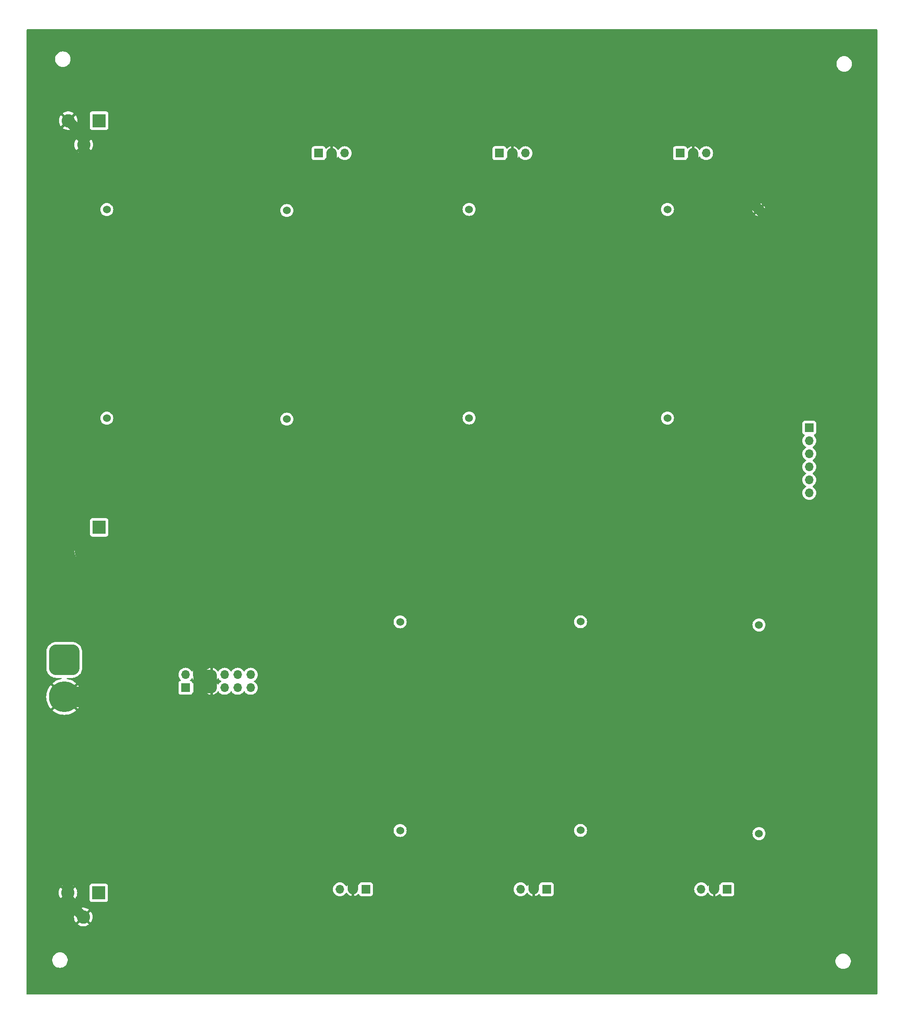
<source format=gbr>
%TF.GenerationSoftware,KiCad,Pcbnew,7.0.10*%
%TF.CreationDate,2024-03-07T18:13:02-07:00*%
%TF.ProjectId,Power_Supply,506f7765-725f-4537-9570-706c792e6b69,rev?*%
%TF.SameCoordinates,Original*%
%TF.FileFunction,Copper,L2,Bot*%
%TF.FilePolarity,Positive*%
%FSLAX46Y46*%
G04 Gerber Fmt 4.6, Leading zero omitted, Abs format (unit mm)*
G04 Created by KiCad (PCBNEW 7.0.10) date 2024-03-07 18:13:02*
%MOMM*%
%LPD*%
G01*
G04 APERTURE LIST*
G04 Aperture macros list*
%AMRoundRect*
0 Rectangle with rounded corners*
0 $1 Rounding radius*
0 $2 $3 $4 $5 $6 $7 $8 $9 X,Y pos of 4 corners*
0 Add a 4 corners polygon primitive as box body*
4,1,4,$2,$3,$4,$5,$6,$7,$8,$9,$2,$3,0*
0 Add four circle primitives for the rounded corners*
1,1,$1+$1,$2,$3*
1,1,$1+$1,$4,$5*
1,1,$1+$1,$6,$7*
1,1,$1+$1,$8,$9*
0 Add four rect primitives between the rounded corners*
20,1,$1+$1,$2,$3,$4,$5,0*
20,1,$1+$1,$4,$5,$6,$7,0*
20,1,$1+$1,$6,$7,$8,$9,0*
20,1,$1+$1,$8,$9,$2,$3,0*%
G04 Aperture macros list end*
%TA.AperFunction,ComponentPad*%
%ADD10R,2.600000X2.600000*%
%TD*%
%TA.AperFunction,ComponentPad*%
%ADD11C,2.600000*%
%TD*%
%TA.AperFunction,ComponentPad*%
%ADD12R,1.700000X1.700000*%
%TD*%
%TA.AperFunction,ComponentPad*%
%ADD13O,1.700000X1.700000*%
%TD*%
%TA.AperFunction,ComponentPad*%
%ADD14C,1.524000*%
%TD*%
%TA.AperFunction,ComponentPad*%
%ADD15RoundRect,1.500000X-1.500000X1.500000X-1.500000X-1.500000X1.500000X-1.500000X1.500000X1.500000X0*%
%TD*%
%TA.AperFunction,ComponentPad*%
%ADD16C,6.000000*%
%TD*%
%TA.AperFunction,ViaPad*%
%ADD17C,0.800000*%
%TD*%
%TA.AperFunction,ViaPad*%
%ADD18C,1.400000*%
%TD*%
%TA.AperFunction,Conductor*%
%ADD19C,2.000000*%
%TD*%
%TA.AperFunction,Conductor*%
%ADD20C,4.000000*%
%TD*%
%TA.AperFunction,Conductor*%
%ADD21C,0.250000*%
%TD*%
%TA.AperFunction,Conductor*%
%ADD22C,3.600000*%
%TD*%
G04 APERTURE END LIST*
D10*
%TO.P,Jetson1,1*%
%TO.N,Net-(Jetson1-Pad1)*%
X112510000Y-217890000D03*
D11*
%TO.P,Jetson1,2*%
%TO.N,GND*%
X106510000Y-217890000D03*
%TO.P,Jetson1,3*%
X109510000Y-222590000D03*
%TD*%
D10*
%TO.P,MCU1,1*%
%TO.N,Net-(3.3V1-Vout+)*%
X112580000Y-67470000D03*
D11*
%TO.P,MCU1,2*%
%TO.N,GND*%
X106580000Y-67470000D03*
%TO.P,MCU1,3*%
X109580000Y-72170000D03*
%TD*%
D12*
%TO.P,Servo_Shift1,1,VDD*%
%TO.N,Net-(6.8V1-Vout+)*%
X155355003Y-73803332D03*
D13*
%TO.P,Servo_Shift1,2,GND*%
%TO.N,GND*%
X157895003Y-73803332D03*
%TO.P,Servo_Shift1,3,PWM*%
%TO.N,MOTOR_SHIFT1*%
X160435003Y-73803332D03*
%TD*%
D14*
%TO.P,6.8V3,1,Vin+*%
%TO.N,12V*%
X223300000Y-125410000D03*
%TO.P,6.8V3,2,Vin-*%
%TO.N,GND*%
X241080000Y-125410000D03*
%TO.P,6.8V3,3,Vout+*%
%TO.N,Net-(6.8V3-Vout+)*%
X223300000Y-84770000D03*
%TO.P,6.8V3,4,Vout-*%
%TO.N,GND*%
X241080000Y-84770000D03*
%TD*%
%TO.P,6.8V1,1,Vin+*%
%TO.N,12V*%
X149150000Y-125610000D03*
%TO.P,6.8V1,2,Vin-*%
%TO.N,GND*%
X166930000Y-125610000D03*
%TO.P,6.8V1,3,Vout+*%
%TO.N,Net-(6.8V1-Vout+)*%
X149150000Y-84970000D03*
%TO.P,6.8V1,4,Vout-*%
%TO.N,GND*%
X166930000Y-84970000D03*
%TD*%
%TO.P,6.8V2,1,Vin+*%
%TO.N,12V*%
X184670000Y-125390000D03*
%TO.P,6.8V2,2,Vin-*%
%TO.N,GND*%
X202450000Y-125390000D03*
%TO.P,6.8V2,3,Vout+*%
%TO.N,Net-(6.8V2-Vout+)*%
X184670000Y-84750000D03*
%TO.P,6.8V2,4,Vout-*%
%TO.N,GND*%
X202450000Y-84750000D03*
%TD*%
%TO.P,3.3V1,1,Vin+*%
%TO.N,12V*%
X114080000Y-125430000D03*
%TO.P,3.3V1,2,Vin-*%
%TO.N,GND*%
X131860000Y-125430000D03*
%TO.P,3.3V1,3,Vout+*%
%TO.N,Net-(3.3V1-Vout+)*%
X114080000Y-84790000D03*
%TO.P,3.3V1,4,Vout-*%
%TO.N,GND*%
X131860000Y-84790000D03*
%TD*%
D12*
%TO.P,Servo_Shift3,1,VDD*%
%TO.N,Net-(6.8V3-Vout+)*%
X225753003Y-73803332D03*
D13*
%TO.P,Servo_Shift3,2,GND*%
%TO.N,GND*%
X228293003Y-73803332D03*
%TO.P,Servo_Shift3,3,PWM*%
%TO.N,MOTOR_SHIFT3*%
X230833003Y-73803332D03*
%TD*%
D12*
%TO.P,Servo_Swing1,1,VDD*%
%TO.N,Net-(6.8V4-Vout+)*%
X234968000Y-217200000D03*
D13*
%TO.P,Servo_Swing1,2,GND*%
%TO.N,GND*%
X232428000Y-217200000D03*
%TO.P,Servo_Swing1,3,PWM*%
%TO.N,MOTOR_SWING*%
X229888000Y-217200000D03*
%TD*%
D14*
%TO.P,6.8V5,1,Vin+*%
%TO.N,12V*%
X206360000Y-165080000D03*
%TO.P,6.8V5,2,Vin-*%
%TO.N,GND*%
X188580000Y-165080000D03*
%TO.P,6.8V5,3,Vout+*%
%TO.N,Net-(6.8V5-Vout+)*%
X206360000Y-205720000D03*
%TO.P,6.8V5,4,Vout-*%
%TO.N,GND*%
X188580000Y-205720000D03*
%TD*%
D15*
%TO.P,XT60,1,Power*%
%TO.N,12V*%
X105800000Y-172510000D03*
D16*
%TO.P,XT60,2,GND*%
%TO.N,GND*%
X105800000Y-179710000D03*
%TD*%
D10*
%TO.P,Main_Power1,1*%
%TO.N,12V*%
X112600000Y-146690000D03*
D11*
%TO.P,Main_Power1,2*%
%TO.N,GND*%
X106600000Y-146690000D03*
%TO.P,Main_Power1,3*%
X109600000Y-151390000D03*
%TD*%
D14*
%TO.P,6.8V4,1,Vin+*%
%TO.N,12V*%
X241140000Y-165700000D03*
%TO.P,6.8V4,2,Vin-*%
%TO.N,GND*%
X223360000Y-165700000D03*
%TO.P,6.8V4,3,Vout+*%
%TO.N,Net-(6.8V4-Vout+)*%
X241140000Y-206340000D03*
%TO.P,6.8V4,4,Vout-*%
%TO.N,GND*%
X223360000Y-206340000D03*
%TD*%
%TO.P,6.8V6,1,Vin+*%
%TO.N,12V*%
X171220000Y-165090000D03*
%TO.P,6.8V6,2,Vin-*%
%TO.N,GND*%
X153440000Y-165090000D03*
%TO.P,6.8V6,3,Vout+*%
%TO.N,Net-(6.8V6-Vout+)*%
X171220000Y-205730000D03*
%TO.P,6.8V6,4,Vout-*%
%TO.N,GND*%
X153440000Y-205730000D03*
%TD*%
D12*
%TO.P,Servo_Swing3,1,VDD*%
%TO.N,Net-(6.8V6-Vout+)*%
X164570000Y-217200000D03*
D13*
%TO.P,Servo_Swing3,2,GND*%
%TO.N,GND*%
X162030000Y-217200000D03*
%TO.P,Servo_Swing3,3,PWM*%
%TO.N,MOTOR_SWING*%
X159490000Y-217200000D03*
%TD*%
D12*
%TO.P,Control_Port1,1,VDD*%
%TO.N,unconnected-(Control_Port1-VDD-Pad1)*%
X250936668Y-127280000D03*
D13*
%TO.P,Control_Port1,2,GND*%
%TO.N,unconnected-(Control_Port1-GND-Pad2)*%
X250936668Y-129820000D03*
%TO.P,Control_Port1,3,PWM1*%
%TO.N,MOTOR_SHIFT1*%
X250936668Y-132360000D03*
%TO.P,Control_Port1,4,PWM2*%
%TO.N,MOTOR_SHIFT2*%
X250936668Y-134900000D03*
%TO.P,Control_Port1,5,PWM3*%
%TO.N,MOTOR_SHIFT3*%
X250936668Y-137440000D03*
%TO.P,Control_Port1,6,PWM4*%
%TO.N,MOTOR_SWING*%
X250936668Y-139980000D03*
%TD*%
D12*
%TO.P,Servo_Swing2,1,VDD*%
%TO.N,Net-(6.8V5-Vout+)*%
X199769000Y-217200000D03*
D13*
%TO.P,Servo_Swing2,2,GND*%
%TO.N,GND*%
X197229000Y-217200000D03*
%TO.P,Servo_Swing2,3,PWM*%
%TO.N,MOTOR_SWING*%
X194689000Y-217200000D03*
%TD*%
D12*
%TO.P,Servo_Shift2,1,VDD*%
%TO.N,Net-(6.8V2-Vout+)*%
X190554003Y-73803332D03*
D13*
%TO.P,Servo_Shift2,2,GND*%
%TO.N,GND*%
X193094003Y-73803332D03*
%TO.P,Servo_Shift2,3,PWM*%
%TO.N,MOTOR_SHIFT2*%
X195634003Y-73803332D03*
%TD*%
D12*
%TO.P,U1,1,Vout*%
%TO.N,Net-(Jetson1-Pad1)*%
X129410000Y-177950000D03*
D13*
%TO.P,U1,2,GND*%
%TO.N,GND*%
X131950000Y-177950000D03*
%TO.P,U1,3,GND*%
X134490000Y-177950000D03*
%TO.P,U1,4,Vin*%
%TO.N,12V*%
X137030000Y-177950000D03*
%TO.P,U1,5,VRP*%
%TO.N,unconnected-(U1-VRP-Pad5)*%
X139570000Y-177950000D03*
%TO.P,U1,6,EN*%
%TO.N,unconnected-(U1-EN-Pad6)*%
X142110000Y-177950000D03*
%TO.P,U1,7,Vout*%
%TO.N,unconnected-(U1-Vout-Pad7)*%
X129410000Y-175410000D03*
%TO.P,U1,8,GND*%
%TO.N,GND*%
X131950000Y-175410000D03*
%TO.P,U1,9,GND*%
X134490000Y-175410000D03*
%TO.P,U1,10,Vin*%
%TO.N,12V*%
X137030000Y-175410000D03*
%TO.P,U1,11,VRP*%
%TO.N,unconnected-(U1-VRP-Pad11)*%
X139570000Y-175410000D03*
%TO.P,U1,12,PG*%
%TO.N,unconnected-(U1-PG-Pad12)*%
X142110000Y-175410000D03*
%TD*%
D17*
%TO.N,GND*%
X142200000Y-126410000D03*
D18*
X107020000Y-197430000D03*
D17*
X147510000Y-137380000D03*
%TD*%
D19*
%TO.N,GND*%
X188960000Y-205800000D02*
X197229000Y-214069000D01*
D20*
X223826668Y-165510000D02*
X217710000Y-165510000D01*
X188743335Y-165510000D02*
X188743335Y-205556665D01*
X240420000Y-125550000D02*
X242950000Y-123020000D01*
D21*
X147510000Y-134750000D02*
X142200000Y-129440000D01*
D22*
X240400000Y-125370000D02*
X240400000Y-125570000D01*
D19*
X113180000Y-78550000D02*
X109580000Y-74950000D01*
X106510000Y-219590000D02*
X109510000Y-222590000D01*
D20*
X131860000Y-129513335D02*
X131860000Y-84790000D01*
X168270000Y-157350000D02*
X160110000Y-165510000D01*
D19*
X131980000Y-177990000D02*
X134520000Y-177990000D01*
X131860000Y-80050000D02*
X130360000Y-78550000D01*
D20*
X206830000Y-89130000D02*
X202450000Y-84750000D01*
X242950000Y-123020000D02*
X242950000Y-86640000D01*
X117760000Y-164720000D02*
X117760000Y-176740000D01*
X166930000Y-125610000D02*
X161330000Y-120010000D01*
X115330000Y-151820000D02*
X133750000Y-151820000D01*
X206660000Y-154460000D02*
X194060000Y-154460000D01*
X217710000Y-165510000D02*
X206660000Y-154460000D01*
D19*
X131950000Y-183410000D02*
X106510000Y-208850000D01*
X153670000Y-206080000D02*
X156190000Y-208600000D01*
D20*
X240450000Y-141926668D02*
X223826668Y-158550000D01*
X206830000Y-124700000D02*
X206830000Y-89130000D01*
D19*
X131980000Y-175450000D02*
X131980000Y-177990000D01*
X109580000Y-74950000D02*
X109580000Y-72170000D01*
D22*
X109600000Y-151390000D02*
X109600000Y-149690000D01*
D19*
X194970000Y-78340000D02*
X193094003Y-76464003D01*
D20*
X223826668Y-165510000D02*
X223826668Y-205873332D01*
D19*
X166930000Y-84970000D02*
X166930000Y-79980000D01*
X166930000Y-79980000D02*
X165320000Y-78370000D01*
X242950000Y-86640000D02*
X241080000Y-84770000D01*
D20*
X115230000Y-151920000D02*
X115330000Y-151820000D01*
D19*
X156190000Y-208600000D02*
X159490000Y-208600000D01*
X202450000Y-79970000D02*
X200820000Y-78340000D01*
D20*
X223826668Y-158550000D02*
X223826668Y-165510000D01*
D21*
X142200000Y-129440000D02*
X142200000Y-126410000D01*
D20*
X185230000Y-165510000D02*
X177070000Y-157350000D01*
D19*
X131980000Y-175450000D02*
X134520000Y-175450000D01*
X228293003Y-76593003D02*
X229420000Y-77720000D01*
D20*
X117140000Y-164720000D02*
X117760000Y-164720000D01*
D22*
X110036668Y-150953332D02*
X109600000Y-151390000D01*
D19*
X109580000Y-70470000D02*
X106580000Y-67470000D01*
X188580000Y-205800000D02*
X188960000Y-205800000D01*
X131980000Y-175450000D02*
X131940000Y-175410000D01*
X202450000Y-84750000D02*
X202450000Y-79970000D01*
D22*
X172080000Y-120460000D02*
X197520000Y-120460000D01*
D20*
X160110000Y-165510000D02*
X153660000Y-165510000D01*
D22*
X213646668Y-125493332D02*
X217940000Y-121200000D01*
D19*
X223360000Y-206390000D02*
X232428000Y-215458000D01*
D22*
X217940000Y-121200000D02*
X236230000Y-121200000D01*
D19*
X131860000Y-170740000D02*
X131860000Y-175455000D01*
D22*
X202553332Y-125493332D02*
X213646668Y-125493332D01*
D19*
X159470000Y-78370000D02*
X157895003Y-76795003D01*
X240400000Y-84090000D02*
X241080000Y-84770000D01*
D20*
X153660000Y-165510000D02*
X153660000Y-206070000D01*
D19*
X200820000Y-78340000D02*
X194970000Y-78340000D01*
D20*
X133750000Y-151820000D02*
X147440000Y-165510000D01*
X161330000Y-120010000D02*
X161330000Y-95430000D01*
D19*
X240400000Y-79660000D02*
X240400000Y-84090000D01*
D22*
X197520000Y-120460000D02*
X202450000Y-125390000D01*
X102810000Y-142900000D02*
X102810000Y-141220000D01*
X109600000Y-149690000D02*
X102810000Y-142900000D01*
D20*
X117760000Y-176740000D02*
X114790000Y-179710000D01*
D19*
X109580000Y-72170000D02*
X109580000Y-70470000D01*
D22*
X236230000Y-121200000D02*
X240400000Y-125370000D01*
D20*
X161330000Y-95430000D02*
X166930000Y-89830000D01*
D19*
X232428000Y-215458000D02*
X232428000Y-217200000D01*
D20*
X240450000Y-125620000D02*
X240450000Y-141926668D01*
D19*
X157895003Y-76795003D02*
X157895003Y-73803332D01*
D20*
X131370000Y-170250000D02*
X125840000Y-164720000D01*
D22*
X153660000Y-206070000D02*
X153670000Y-206080000D01*
D19*
X238460000Y-77720000D02*
X240400000Y-79660000D01*
X131950000Y-177950000D02*
X131950000Y-183410000D01*
D22*
X202450000Y-125390000D02*
X202553332Y-125493332D01*
D19*
X106510000Y-208850000D02*
X106510000Y-219590000D01*
D20*
X102810000Y-141220000D02*
X102810000Y-136860000D01*
D19*
X131370000Y-170250000D02*
X131860000Y-170740000D01*
D22*
X240400000Y-125570000D02*
X240420000Y-125550000D01*
D19*
X131860000Y-84790000D02*
X131860000Y-80050000D01*
D20*
X194060000Y-154460000D02*
X188743335Y-159776665D01*
X127080003Y-134293332D02*
X131860000Y-129513335D01*
X147440000Y-165510000D02*
X153660000Y-165510000D01*
D19*
X165320000Y-78370000D02*
X159470000Y-78370000D01*
X193094003Y-76464003D02*
X193094003Y-73803332D01*
X228293003Y-73803332D02*
X228293003Y-76593003D01*
D20*
X125840000Y-164720000D02*
X117760000Y-164720000D01*
X105376668Y-134293332D02*
X127080003Y-134293332D01*
D19*
X229420000Y-77720000D02*
X238460000Y-77720000D01*
X223360000Y-206340000D02*
X223360000Y-206390000D01*
D22*
X114463332Y-150953332D02*
X110036668Y-150953332D01*
D20*
X188743335Y-159776665D02*
X188743335Y-165510000D01*
D19*
X162030000Y-211140000D02*
X162030000Y-217200000D01*
D20*
X115230000Y-162810000D02*
X117140000Y-164720000D01*
D19*
X130360000Y-78550000D02*
X113180000Y-78550000D01*
D22*
X188743335Y-205556665D02*
X188580000Y-205720000D01*
D20*
X115230000Y-151920000D02*
X115230000Y-162810000D01*
X188743335Y-165510000D02*
X185230000Y-165510000D01*
X177070000Y-157350000D02*
X168270000Y-157350000D01*
X166930000Y-89830000D02*
X166930000Y-84970000D01*
D21*
X147510000Y-137380000D02*
X147510000Y-134750000D01*
D19*
X159490000Y-208600000D02*
X162030000Y-211140000D01*
D20*
X114790000Y-179710000D02*
X105800000Y-179710000D01*
X102810000Y-136860000D02*
X105376668Y-134293332D01*
D22*
X153660000Y-165510000D02*
X153660000Y-138880000D01*
X153660000Y-138880000D02*
X172080000Y-120460000D01*
D19*
X197229000Y-214069000D02*
X197229000Y-217200000D01*
X134520000Y-175450000D02*
X134520000Y-177990000D01*
%TD*%
%TA.AperFunction,Conductor*%
%TO.N,GND*%
G36*
X134030507Y-177740156D02*
G01*
X133990000Y-177878111D01*
X133990000Y-178021889D01*
X134030507Y-178159844D01*
X134056314Y-178200000D01*
X132383686Y-178200000D01*
X132409493Y-178159844D01*
X132450000Y-178021889D01*
X132450000Y-177878111D01*
X132409493Y-177740156D01*
X132383686Y-177700000D01*
X134056314Y-177700000D01*
X134030507Y-177740156D01*
G37*
%TD.AperFunction*%
%TA.AperFunction,Conductor*%
G36*
X132200000Y-177514498D02*
G01*
X132092315Y-177465320D01*
X131985763Y-177450000D01*
X131914237Y-177450000D01*
X131807685Y-177465320D01*
X131700000Y-177514498D01*
X131700000Y-175845501D01*
X131807685Y-175894680D01*
X131914237Y-175910000D01*
X131985763Y-175910000D01*
X132092315Y-175894680D01*
X132200000Y-175845501D01*
X132200000Y-177514498D01*
G37*
%TD.AperFunction*%
%TA.AperFunction,Conductor*%
G36*
X134740000Y-177514498D02*
G01*
X134632315Y-177465320D01*
X134525763Y-177450000D01*
X134454237Y-177450000D01*
X134347685Y-177465320D01*
X134240000Y-177514498D01*
X134240000Y-175845501D01*
X134347685Y-175894680D01*
X134454237Y-175910000D01*
X134525763Y-175910000D01*
X134632315Y-175894680D01*
X134740000Y-175845501D01*
X134740000Y-177514498D01*
G37*
%TD.AperFunction*%
%TA.AperFunction,Conductor*%
G36*
X133304855Y-176075673D02*
G01*
X133321575Y-176094968D01*
X133451894Y-176281082D01*
X133618917Y-176448105D01*
X133805031Y-176578425D01*
X133848656Y-176633003D01*
X133855848Y-176702501D01*
X133824326Y-176764856D01*
X133805031Y-176781575D01*
X133618922Y-176911890D01*
X133618920Y-176911891D01*
X133451891Y-177078920D01*
X133451890Y-177078922D01*
X133321575Y-177265031D01*
X133266998Y-177308655D01*
X133197499Y-177315848D01*
X133135145Y-177284326D01*
X133118425Y-177265031D01*
X132988109Y-177078922D01*
X132988108Y-177078920D01*
X132821082Y-176911894D01*
X132634968Y-176781575D01*
X132591344Y-176726998D01*
X132584151Y-176657499D01*
X132615673Y-176595145D01*
X132634968Y-176578425D01*
X132821082Y-176448105D01*
X132988105Y-176281082D01*
X133118425Y-176094968D01*
X133173002Y-176051344D01*
X133242501Y-176044151D01*
X133304855Y-176075673D01*
G37*
%TD.AperFunction*%
%TA.AperFunction,Conductor*%
G36*
X135844549Y-176076110D02*
G01*
X135861269Y-176095405D01*
X135991505Y-176281401D01*
X135991506Y-176281402D01*
X136158597Y-176448493D01*
X136158603Y-176448498D01*
X136344158Y-176578425D01*
X136387783Y-176633002D01*
X136394977Y-176702500D01*
X136363454Y-176764855D01*
X136344158Y-176781575D01*
X136158597Y-176911505D01*
X135991508Y-177078594D01*
X135861269Y-177264595D01*
X135806692Y-177308219D01*
X135737193Y-177315412D01*
X135674839Y-177283890D01*
X135658119Y-177264594D01*
X135528113Y-177078926D01*
X135528108Y-177078920D01*
X135361082Y-176911894D01*
X135174968Y-176781575D01*
X135131344Y-176726998D01*
X135124151Y-176657499D01*
X135155673Y-176595145D01*
X135174968Y-176578425D01*
X135361082Y-176448105D01*
X135528105Y-176281082D01*
X135658119Y-176095405D01*
X135712696Y-176051781D01*
X135782195Y-176044588D01*
X135844549Y-176076110D01*
G37*
%TD.AperFunction*%
%TA.AperFunction,Conductor*%
G36*
X130765160Y-176076110D02*
G01*
X130781879Y-176095405D01*
X130911890Y-176281078D01*
X131078917Y-176448105D01*
X131265031Y-176578425D01*
X131308656Y-176633003D01*
X131315848Y-176702501D01*
X131284326Y-176764856D01*
X131265031Y-176781575D01*
X131078924Y-176911888D01*
X130956865Y-177033947D01*
X130895542Y-177067431D01*
X130825850Y-177062447D01*
X130769917Y-177020575D01*
X130753002Y-176989598D01*
X130703797Y-176857671D01*
X130703793Y-176857664D01*
X130617547Y-176742455D01*
X130617544Y-176742452D01*
X130502335Y-176656206D01*
X130502328Y-176656202D01*
X130370917Y-176607189D01*
X130314983Y-176565318D01*
X130290566Y-176499853D01*
X130305418Y-176431580D01*
X130326563Y-176403332D01*
X130448495Y-176281401D01*
X130578730Y-176095405D01*
X130633307Y-176051781D01*
X130702805Y-176044587D01*
X130765160Y-176076110D01*
G37*
%TD.AperFunction*%
%TA.AperFunction,Conductor*%
G36*
X134030507Y-175200156D02*
G01*
X133990000Y-175338111D01*
X133990000Y-175481889D01*
X134030507Y-175619844D01*
X134056314Y-175660000D01*
X132383686Y-175660000D01*
X132409493Y-175619844D01*
X132450000Y-175481889D01*
X132450000Y-175338111D01*
X132409493Y-175200156D01*
X132383686Y-175160000D01*
X134056314Y-175160000D01*
X134030507Y-175200156D01*
G37*
%TD.AperFunction*%
%TA.AperFunction,Conductor*%
G36*
X264124207Y-49680185D02*
G01*
X264169962Y-49732989D01*
X264181168Y-49784500D01*
X264181168Y-237565500D01*
X264161483Y-237632539D01*
X264108679Y-237678294D01*
X264057168Y-237689500D01*
X98596168Y-237689500D01*
X98529129Y-237669815D01*
X98483374Y-237617011D01*
X98472168Y-237565500D01*
X98472168Y-231114334D01*
X103446168Y-231114334D01*
X103487097Y-231359616D01*
X103567837Y-231594802D01*
X103567840Y-231594811D01*
X103686192Y-231813506D01*
X103686194Y-231813509D01*
X103838930Y-232009744D01*
X103875609Y-232043509D01*
X104021885Y-232178166D01*
X104230061Y-232314173D01*
X104457786Y-232414063D01*
X104698843Y-232475107D01*
X104698847Y-232475108D01*
X104698849Y-232475108D01*
X104698854Y-232475109D01*
X104852257Y-232487819D01*
X104884601Y-232490500D01*
X104884605Y-232490500D01*
X105008731Y-232490500D01*
X105008735Y-232490500D01*
X105071345Y-232485311D01*
X105194481Y-232475109D01*
X105194484Y-232475108D01*
X105194489Y-232475108D01*
X105435549Y-232414063D01*
X105663275Y-232314173D01*
X105871453Y-232178164D01*
X106054406Y-232009744D01*
X106207142Y-231813509D01*
X106325496Y-231594810D01*
X106406239Y-231359614D01*
X106408789Y-231344334D01*
X256046168Y-231344334D01*
X256087097Y-231589616D01*
X256167837Y-231824802D01*
X256167840Y-231824811D01*
X256267920Y-232009742D01*
X256286194Y-232043509D01*
X256438930Y-232239744D01*
X256598412Y-232386557D01*
X256621885Y-232408166D01*
X256830061Y-232544173D01*
X257057786Y-232644063D01*
X257298843Y-232705107D01*
X257298847Y-232705108D01*
X257298849Y-232705108D01*
X257298854Y-232705109D01*
X257452257Y-232717819D01*
X257484601Y-232720500D01*
X257484605Y-232720500D01*
X257608731Y-232720500D01*
X257608735Y-232720500D01*
X257671345Y-232715311D01*
X257794481Y-232705109D01*
X257794484Y-232705108D01*
X257794489Y-232705108D01*
X258035549Y-232644063D01*
X258263275Y-232544173D01*
X258471453Y-232408164D01*
X258654406Y-232239744D01*
X258807142Y-232043509D01*
X258925496Y-231824810D01*
X259006239Y-231589614D01*
X259047168Y-231344335D01*
X259047168Y-231095665D01*
X259006239Y-230850386D01*
X258925496Y-230615190D01*
X258807142Y-230396491D01*
X258654406Y-230200256D01*
X258471453Y-230031836D01*
X258471450Y-230031833D01*
X258263274Y-229895826D01*
X258035549Y-229795936D01*
X257794492Y-229734892D01*
X257794481Y-229734890D01*
X257608745Y-229719500D01*
X257608735Y-229719500D01*
X257484601Y-229719500D01*
X257484590Y-229719500D01*
X257298854Y-229734890D01*
X257298843Y-229734892D01*
X257057786Y-229795936D01*
X256830061Y-229895826D01*
X256621885Y-230031833D01*
X256438929Y-230200257D01*
X256286192Y-230396493D01*
X256167840Y-230615188D01*
X256167837Y-230615197D01*
X256087097Y-230850383D01*
X256046168Y-231095665D01*
X256046168Y-231344334D01*
X106408789Y-231344334D01*
X106447168Y-231114335D01*
X106447168Y-230865665D01*
X106406239Y-230620386D01*
X106325496Y-230385190D01*
X106207142Y-230166491D01*
X106054406Y-229970256D01*
X105871453Y-229801836D01*
X105871450Y-229801833D01*
X105663274Y-229665826D01*
X105435549Y-229565936D01*
X105194492Y-229504892D01*
X105194481Y-229504890D01*
X105008745Y-229489500D01*
X105008735Y-229489500D01*
X104884601Y-229489500D01*
X104884590Y-229489500D01*
X104698854Y-229504890D01*
X104698843Y-229504892D01*
X104457786Y-229565936D01*
X104230061Y-229665826D01*
X104021885Y-229801833D01*
X103838929Y-229970257D01*
X103686192Y-230166493D01*
X103567840Y-230385188D01*
X103567837Y-230385197D01*
X103487097Y-230620383D01*
X103446168Y-230865665D01*
X103446168Y-231114334D01*
X98472168Y-231114334D01*
X98472168Y-222590004D01*
X107704953Y-222590004D01*
X107725113Y-222859026D01*
X107725113Y-222859028D01*
X107785142Y-223122033D01*
X107785148Y-223122052D01*
X107883709Y-223373181D01*
X107883708Y-223373181D01*
X108018602Y-223606822D01*
X108072294Y-223674151D01*
X108793337Y-222953107D01*
X108880577Y-223091948D01*
X109008052Y-223219423D01*
X109146890Y-223306661D01*
X108424848Y-224028702D01*
X108607483Y-224153220D01*
X108607485Y-224153221D01*
X108850539Y-224270269D01*
X108850537Y-224270269D01*
X109108337Y-224349790D01*
X109108343Y-224349792D01*
X109375101Y-224389999D01*
X109375110Y-224390000D01*
X109644890Y-224390000D01*
X109644898Y-224389999D01*
X109911656Y-224349792D01*
X109911662Y-224349790D01*
X110169461Y-224270269D01*
X110412521Y-224153218D01*
X110595150Y-224028702D01*
X109873108Y-223306661D01*
X110011948Y-223219423D01*
X110139423Y-223091948D01*
X110226661Y-222953108D01*
X110947703Y-223674151D01*
X110947704Y-223674150D01*
X111001393Y-223606828D01*
X111001400Y-223606817D01*
X111136290Y-223373181D01*
X111234851Y-223122052D01*
X111234857Y-223122033D01*
X111294886Y-222859028D01*
X111294886Y-222859026D01*
X111315047Y-222590004D01*
X111315047Y-222589995D01*
X111294886Y-222320973D01*
X111294886Y-222320971D01*
X111234857Y-222057966D01*
X111234851Y-222057947D01*
X111136290Y-221806818D01*
X111136291Y-221806818D01*
X111001397Y-221573177D01*
X110947704Y-221505847D01*
X110226660Y-222226890D01*
X110139423Y-222088052D01*
X110011948Y-221960577D01*
X109873108Y-221873338D01*
X110595150Y-221151296D01*
X110412517Y-221026779D01*
X110412516Y-221026778D01*
X110169460Y-220909730D01*
X110169462Y-220909730D01*
X109911662Y-220830209D01*
X109911656Y-220830207D01*
X109644898Y-220790000D01*
X109375101Y-220790000D01*
X109108343Y-220830207D01*
X109108337Y-220830209D01*
X108850538Y-220909730D01*
X108607485Y-221026778D01*
X108607476Y-221026783D01*
X108424848Y-221151296D01*
X109146891Y-221873338D01*
X109008052Y-221960577D01*
X108880577Y-222088052D01*
X108793338Y-222226891D01*
X108072295Y-221505848D01*
X108018600Y-221573180D01*
X107883709Y-221806818D01*
X107785148Y-222057947D01*
X107785142Y-222057966D01*
X107725113Y-222320971D01*
X107725113Y-222320973D01*
X107704953Y-222589995D01*
X107704953Y-222590004D01*
X98472168Y-222590004D01*
X98472168Y-217890004D01*
X104704953Y-217890004D01*
X104725113Y-218159026D01*
X104725113Y-218159028D01*
X104785142Y-218422033D01*
X104785148Y-218422052D01*
X104883709Y-218673181D01*
X104883708Y-218673181D01*
X105018602Y-218906822D01*
X105072294Y-218974151D01*
X105072295Y-218974151D01*
X105793338Y-218253108D01*
X105880577Y-218391948D01*
X106008052Y-218519423D01*
X106146890Y-218606661D01*
X105424848Y-219328702D01*
X105607483Y-219453220D01*
X105607485Y-219453221D01*
X105850539Y-219570269D01*
X105850537Y-219570269D01*
X106108337Y-219649790D01*
X106108343Y-219649792D01*
X106375101Y-219689999D01*
X106375110Y-219690000D01*
X106644890Y-219690000D01*
X106644898Y-219689999D01*
X106911656Y-219649792D01*
X106911662Y-219649790D01*
X107169461Y-219570269D01*
X107412521Y-219453218D01*
X107595150Y-219328702D01*
X107504318Y-219237870D01*
X110709500Y-219237870D01*
X110709501Y-219237876D01*
X110715908Y-219297483D01*
X110766202Y-219432328D01*
X110766206Y-219432335D01*
X110852452Y-219547544D01*
X110852455Y-219547547D01*
X110967664Y-219633793D01*
X110967671Y-219633797D01*
X111102517Y-219684091D01*
X111102516Y-219684091D01*
X111109444Y-219684835D01*
X111162127Y-219690500D01*
X113857872Y-219690499D01*
X113917483Y-219684091D01*
X114052331Y-219633796D01*
X114167546Y-219547546D01*
X114253796Y-219432331D01*
X114304091Y-219297483D01*
X114310500Y-219237873D01*
X114310499Y-217200000D01*
X158134341Y-217200000D01*
X158154936Y-217435403D01*
X158154938Y-217435413D01*
X158216094Y-217663655D01*
X158216096Y-217663659D01*
X158216097Y-217663663D01*
X158299155Y-217841781D01*
X158315965Y-217877830D01*
X158315967Y-217877834D01*
X158324489Y-217890004D01*
X158451505Y-218071401D01*
X158618599Y-218238495D01*
X158715384Y-218306265D01*
X158812165Y-218374032D01*
X158812167Y-218374033D01*
X158812170Y-218374035D01*
X159026337Y-218473903D01*
X159254592Y-218535063D01*
X159431034Y-218550500D01*
X159489999Y-218555659D01*
X159490000Y-218555659D01*
X159490001Y-218555659D01*
X159548966Y-218550500D01*
X159725408Y-218535063D01*
X159953663Y-218473903D01*
X160167830Y-218374035D01*
X160361401Y-218238495D01*
X160528495Y-218071401D01*
X160658730Y-217885405D01*
X160713307Y-217841781D01*
X160782805Y-217834587D01*
X160845160Y-217866110D01*
X160861879Y-217885405D01*
X160991890Y-218071078D01*
X161158917Y-218238105D01*
X161352421Y-218373600D01*
X161566507Y-218473429D01*
X161566516Y-218473433D01*
X161780000Y-218530634D01*
X161780000Y-217635501D01*
X161887685Y-217684680D01*
X161994237Y-217700000D01*
X162065763Y-217700000D01*
X162172315Y-217684680D01*
X162280000Y-217635501D01*
X162280000Y-218530633D01*
X162493483Y-218473433D01*
X162493492Y-218473429D01*
X162707578Y-218373600D01*
X162901078Y-218238108D01*
X163023133Y-218116053D01*
X163084456Y-218082568D01*
X163154148Y-218087552D01*
X163210082Y-218129423D01*
X163226997Y-218160401D01*
X163276202Y-218292328D01*
X163276206Y-218292335D01*
X163362452Y-218407544D01*
X163362455Y-218407547D01*
X163477664Y-218493793D01*
X163477671Y-218493797D01*
X163612517Y-218544091D01*
X163612516Y-218544091D01*
X163619444Y-218544835D01*
X163672127Y-218550500D01*
X165467872Y-218550499D01*
X165527483Y-218544091D01*
X165662331Y-218493796D01*
X165777546Y-218407546D01*
X165863796Y-218292331D01*
X165914091Y-218157483D01*
X165920500Y-218097873D01*
X165920499Y-217200000D01*
X193333341Y-217200000D01*
X193353936Y-217435403D01*
X193353938Y-217435413D01*
X193415094Y-217663655D01*
X193415096Y-217663659D01*
X193415097Y-217663663D01*
X193498155Y-217841781D01*
X193514965Y-217877830D01*
X193514967Y-217877834D01*
X193523489Y-217890004D01*
X193650505Y-218071401D01*
X193817599Y-218238495D01*
X193914384Y-218306265D01*
X194011165Y-218374032D01*
X194011167Y-218374033D01*
X194011170Y-218374035D01*
X194225337Y-218473903D01*
X194453592Y-218535063D01*
X194630034Y-218550500D01*
X194688999Y-218555659D01*
X194689000Y-218555659D01*
X194689001Y-218555659D01*
X194747966Y-218550500D01*
X194924408Y-218535063D01*
X195152663Y-218473903D01*
X195366830Y-218374035D01*
X195560401Y-218238495D01*
X195727495Y-218071401D01*
X195857730Y-217885405D01*
X195912307Y-217841781D01*
X195981805Y-217834587D01*
X196044160Y-217866110D01*
X196060879Y-217885405D01*
X196190890Y-218071078D01*
X196357917Y-218238105D01*
X196551421Y-218373600D01*
X196765507Y-218473429D01*
X196765516Y-218473433D01*
X196979000Y-218530634D01*
X196979000Y-217635501D01*
X197086685Y-217684680D01*
X197193237Y-217700000D01*
X197264763Y-217700000D01*
X197371315Y-217684680D01*
X197479000Y-217635501D01*
X197479000Y-218530633D01*
X197692483Y-218473433D01*
X197692492Y-218473429D01*
X197906578Y-218373600D01*
X198100078Y-218238108D01*
X198222133Y-218116053D01*
X198283456Y-218082568D01*
X198353148Y-218087552D01*
X198409082Y-218129423D01*
X198425997Y-218160401D01*
X198475202Y-218292328D01*
X198475206Y-218292335D01*
X198561452Y-218407544D01*
X198561455Y-218407547D01*
X198676664Y-218493793D01*
X198676671Y-218493797D01*
X198811517Y-218544091D01*
X198811516Y-218544091D01*
X198818444Y-218544835D01*
X198871127Y-218550500D01*
X200666872Y-218550499D01*
X200726483Y-218544091D01*
X200861331Y-218493796D01*
X200976546Y-218407546D01*
X201062796Y-218292331D01*
X201113091Y-218157483D01*
X201119500Y-218097873D01*
X201119499Y-217200000D01*
X228532341Y-217200000D01*
X228552936Y-217435403D01*
X228552938Y-217435413D01*
X228614094Y-217663655D01*
X228614096Y-217663659D01*
X228614097Y-217663663D01*
X228697155Y-217841781D01*
X228713965Y-217877830D01*
X228713967Y-217877834D01*
X228722489Y-217890004D01*
X228849505Y-218071401D01*
X229016599Y-218238495D01*
X229113384Y-218306265D01*
X229210165Y-218374032D01*
X229210167Y-218374033D01*
X229210170Y-218374035D01*
X229424337Y-218473903D01*
X229652592Y-218535063D01*
X229829034Y-218550500D01*
X229887999Y-218555659D01*
X229888000Y-218555659D01*
X229888001Y-218555659D01*
X229946966Y-218550500D01*
X230123408Y-218535063D01*
X230351663Y-218473903D01*
X230565830Y-218374035D01*
X230759401Y-218238495D01*
X230926495Y-218071401D01*
X231056730Y-217885405D01*
X231111307Y-217841781D01*
X231180805Y-217834587D01*
X231243160Y-217866110D01*
X231259879Y-217885405D01*
X231389890Y-218071078D01*
X231556917Y-218238105D01*
X231750421Y-218373600D01*
X231964507Y-218473429D01*
X231964516Y-218473433D01*
X232178000Y-218530634D01*
X232178000Y-217635501D01*
X232285685Y-217684680D01*
X232392237Y-217700000D01*
X232463763Y-217700000D01*
X232570315Y-217684680D01*
X232678000Y-217635501D01*
X232678000Y-218530633D01*
X232891483Y-218473433D01*
X232891492Y-218473429D01*
X233105578Y-218373600D01*
X233299078Y-218238108D01*
X233421133Y-218116053D01*
X233482456Y-218082568D01*
X233552148Y-218087552D01*
X233608082Y-218129423D01*
X233624997Y-218160401D01*
X233674202Y-218292328D01*
X233674206Y-218292335D01*
X233760452Y-218407544D01*
X233760455Y-218407547D01*
X233875664Y-218493793D01*
X233875671Y-218493797D01*
X234010517Y-218544091D01*
X234010516Y-218544091D01*
X234017444Y-218544835D01*
X234070127Y-218550500D01*
X235865872Y-218550499D01*
X235925483Y-218544091D01*
X236060331Y-218493796D01*
X236175546Y-218407546D01*
X236261796Y-218292331D01*
X236312091Y-218157483D01*
X236318500Y-218097873D01*
X236318499Y-216302128D01*
X236312091Y-216242517D01*
X236311002Y-216239598D01*
X236261797Y-216107671D01*
X236261793Y-216107664D01*
X236175547Y-215992455D01*
X236175544Y-215992452D01*
X236060335Y-215906206D01*
X236060328Y-215906202D01*
X235925482Y-215855908D01*
X235925483Y-215855908D01*
X235865883Y-215849501D01*
X235865881Y-215849500D01*
X235865873Y-215849500D01*
X235865864Y-215849500D01*
X234070129Y-215849500D01*
X234070123Y-215849501D01*
X234010516Y-215855908D01*
X233875671Y-215906202D01*
X233875664Y-215906206D01*
X233760455Y-215992452D01*
X233760452Y-215992455D01*
X233674206Y-216107664D01*
X233674202Y-216107671D01*
X233624997Y-216239598D01*
X233583126Y-216295532D01*
X233517661Y-216319949D01*
X233449388Y-216305097D01*
X233421134Y-216283946D01*
X233299082Y-216161894D01*
X233105578Y-216026399D01*
X232891492Y-215926570D01*
X232891486Y-215926567D01*
X232678000Y-215869364D01*
X232678000Y-216764498D01*
X232570315Y-216715320D01*
X232463763Y-216700000D01*
X232392237Y-216700000D01*
X232285685Y-216715320D01*
X232178000Y-216764498D01*
X232178000Y-215869364D01*
X232177999Y-215869364D01*
X231964513Y-215926567D01*
X231964507Y-215926570D01*
X231750422Y-216026399D01*
X231750420Y-216026400D01*
X231556926Y-216161886D01*
X231556920Y-216161891D01*
X231389891Y-216328920D01*
X231389890Y-216328922D01*
X231259880Y-216514595D01*
X231205303Y-216558219D01*
X231135804Y-216565412D01*
X231073450Y-216533890D01*
X231056730Y-216514594D01*
X230926494Y-216328597D01*
X230759402Y-216161506D01*
X230759395Y-216161501D01*
X230565834Y-216025967D01*
X230565830Y-216025965D01*
X230565828Y-216025964D01*
X230351663Y-215926097D01*
X230351659Y-215926096D01*
X230351655Y-215926094D01*
X230123413Y-215864938D01*
X230123403Y-215864936D01*
X229888001Y-215844341D01*
X229887999Y-215844341D01*
X229652596Y-215864936D01*
X229652586Y-215864938D01*
X229424344Y-215926094D01*
X229424335Y-215926098D01*
X229210171Y-216025964D01*
X229210169Y-216025965D01*
X229016597Y-216161505D01*
X228849505Y-216328597D01*
X228713965Y-216522169D01*
X228713964Y-216522171D01*
X228614098Y-216736335D01*
X228614094Y-216736344D01*
X228552938Y-216964586D01*
X228552936Y-216964596D01*
X228532341Y-217199999D01*
X228532341Y-217200000D01*
X201119499Y-217200000D01*
X201119499Y-216302128D01*
X201113091Y-216242517D01*
X201112002Y-216239598D01*
X201062797Y-216107671D01*
X201062793Y-216107664D01*
X200976547Y-215992455D01*
X200976544Y-215992452D01*
X200861335Y-215906206D01*
X200861328Y-215906202D01*
X200726482Y-215855908D01*
X200726483Y-215855908D01*
X200666883Y-215849501D01*
X200666881Y-215849500D01*
X200666873Y-215849500D01*
X200666864Y-215849500D01*
X198871129Y-215849500D01*
X198871123Y-215849501D01*
X198811516Y-215855908D01*
X198676671Y-215906202D01*
X198676664Y-215906206D01*
X198561455Y-215992452D01*
X198561452Y-215992455D01*
X198475206Y-216107664D01*
X198475202Y-216107671D01*
X198425997Y-216239598D01*
X198384126Y-216295532D01*
X198318661Y-216319949D01*
X198250388Y-216305097D01*
X198222134Y-216283946D01*
X198100082Y-216161894D01*
X197906578Y-216026399D01*
X197692492Y-215926570D01*
X197692486Y-215926567D01*
X197479000Y-215869364D01*
X197479000Y-216764498D01*
X197371315Y-216715320D01*
X197264763Y-216700000D01*
X197193237Y-216700000D01*
X197086685Y-216715320D01*
X196979000Y-216764498D01*
X196979000Y-215869364D01*
X196978999Y-215869364D01*
X196765513Y-215926567D01*
X196765507Y-215926570D01*
X196551422Y-216026399D01*
X196551420Y-216026400D01*
X196357926Y-216161886D01*
X196357920Y-216161891D01*
X196190891Y-216328920D01*
X196190890Y-216328922D01*
X196060880Y-216514595D01*
X196006303Y-216558219D01*
X195936804Y-216565412D01*
X195874450Y-216533890D01*
X195857730Y-216514594D01*
X195727494Y-216328597D01*
X195560402Y-216161506D01*
X195560395Y-216161501D01*
X195366834Y-216025967D01*
X195366830Y-216025965D01*
X195366828Y-216025964D01*
X195152663Y-215926097D01*
X195152659Y-215926096D01*
X195152655Y-215926094D01*
X194924413Y-215864938D01*
X194924403Y-215864936D01*
X194689001Y-215844341D01*
X194688999Y-215844341D01*
X194453596Y-215864936D01*
X194453586Y-215864938D01*
X194225344Y-215926094D01*
X194225335Y-215926098D01*
X194011171Y-216025964D01*
X194011169Y-216025965D01*
X193817597Y-216161505D01*
X193650505Y-216328597D01*
X193514965Y-216522169D01*
X193514964Y-216522171D01*
X193415098Y-216736335D01*
X193415094Y-216736344D01*
X193353938Y-216964586D01*
X193353936Y-216964596D01*
X193333341Y-217199999D01*
X193333341Y-217200000D01*
X165920499Y-217200000D01*
X165920499Y-216302128D01*
X165914091Y-216242517D01*
X165913002Y-216239598D01*
X165863797Y-216107671D01*
X165863793Y-216107664D01*
X165777547Y-215992455D01*
X165777544Y-215992452D01*
X165662335Y-215906206D01*
X165662328Y-215906202D01*
X165527482Y-215855908D01*
X165527483Y-215855908D01*
X165467883Y-215849501D01*
X165467881Y-215849500D01*
X165467873Y-215849500D01*
X165467864Y-215849500D01*
X163672129Y-215849500D01*
X163672123Y-215849501D01*
X163612516Y-215855908D01*
X163477671Y-215906202D01*
X163477664Y-215906206D01*
X163362455Y-215992452D01*
X163362452Y-215992455D01*
X163276206Y-216107664D01*
X163276202Y-216107671D01*
X163226997Y-216239598D01*
X163185126Y-216295532D01*
X163119661Y-216319949D01*
X163051388Y-216305097D01*
X163023134Y-216283946D01*
X162901082Y-216161894D01*
X162707578Y-216026399D01*
X162493492Y-215926570D01*
X162493486Y-215926567D01*
X162280000Y-215869364D01*
X162280000Y-216764498D01*
X162172315Y-216715320D01*
X162065763Y-216700000D01*
X161994237Y-216700000D01*
X161887685Y-216715320D01*
X161780000Y-216764498D01*
X161780000Y-215869364D01*
X161779999Y-215869364D01*
X161566513Y-215926567D01*
X161566507Y-215926570D01*
X161352422Y-216026399D01*
X161352420Y-216026400D01*
X161158926Y-216161886D01*
X161158920Y-216161891D01*
X160991891Y-216328920D01*
X160991890Y-216328922D01*
X160861880Y-216514595D01*
X160807303Y-216558219D01*
X160737804Y-216565412D01*
X160675450Y-216533890D01*
X160658730Y-216514594D01*
X160528494Y-216328597D01*
X160361402Y-216161506D01*
X160361395Y-216161501D01*
X160167834Y-216025967D01*
X160167830Y-216025965D01*
X160167828Y-216025964D01*
X159953663Y-215926097D01*
X159953659Y-215926096D01*
X159953655Y-215926094D01*
X159725413Y-215864938D01*
X159725403Y-215864936D01*
X159490001Y-215844341D01*
X159489999Y-215844341D01*
X159254596Y-215864936D01*
X159254586Y-215864938D01*
X159026344Y-215926094D01*
X159026335Y-215926098D01*
X158812171Y-216025964D01*
X158812169Y-216025965D01*
X158618597Y-216161505D01*
X158451505Y-216328597D01*
X158315965Y-216522169D01*
X158315964Y-216522171D01*
X158216098Y-216736335D01*
X158216094Y-216736344D01*
X158154938Y-216964586D01*
X158154936Y-216964596D01*
X158134341Y-217199999D01*
X158134341Y-217200000D01*
X114310499Y-217200000D01*
X114310499Y-216542128D01*
X114304091Y-216482517D01*
X114292446Y-216451296D01*
X114253797Y-216347671D01*
X114253793Y-216347664D01*
X114167547Y-216232455D01*
X114167544Y-216232452D01*
X114052335Y-216146206D01*
X114052328Y-216146202D01*
X113917482Y-216095908D01*
X113917483Y-216095908D01*
X113857883Y-216089501D01*
X113857881Y-216089500D01*
X113857873Y-216089500D01*
X113857864Y-216089500D01*
X111162129Y-216089500D01*
X111162123Y-216089501D01*
X111102516Y-216095908D01*
X110967671Y-216146202D01*
X110967664Y-216146206D01*
X110852455Y-216232452D01*
X110852452Y-216232455D01*
X110766206Y-216347664D01*
X110766202Y-216347671D01*
X110715908Y-216482517D01*
X110709501Y-216542116D01*
X110709501Y-216542123D01*
X110709500Y-216542135D01*
X110709500Y-219237870D01*
X107504318Y-219237870D01*
X106873108Y-218606661D01*
X107011948Y-218519423D01*
X107139423Y-218391948D01*
X107226661Y-218253108D01*
X107947703Y-218974151D01*
X107947704Y-218974150D01*
X108001393Y-218906828D01*
X108001400Y-218906817D01*
X108136290Y-218673181D01*
X108234851Y-218422052D01*
X108234857Y-218422033D01*
X108294886Y-218159028D01*
X108294886Y-218159026D01*
X108315047Y-217890004D01*
X108315047Y-217889995D01*
X108294886Y-217620973D01*
X108294886Y-217620971D01*
X108234857Y-217357966D01*
X108234851Y-217357947D01*
X108136290Y-217106818D01*
X108136291Y-217106818D01*
X108001397Y-216873177D01*
X107947704Y-216805847D01*
X107226660Y-217526890D01*
X107139423Y-217388052D01*
X107011948Y-217260577D01*
X106873108Y-217173338D01*
X107595150Y-216451296D01*
X107412517Y-216326779D01*
X107412516Y-216326778D01*
X107169460Y-216209730D01*
X107169462Y-216209730D01*
X106911662Y-216130209D01*
X106911656Y-216130207D01*
X106644898Y-216090000D01*
X106375101Y-216090000D01*
X106108343Y-216130207D01*
X106108337Y-216130209D01*
X105850538Y-216209730D01*
X105607485Y-216326778D01*
X105607476Y-216326783D01*
X105424848Y-216451296D01*
X106146891Y-217173338D01*
X106008052Y-217260577D01*
X105880577Y-217388052D01*
X105793338Y-217526891D01*
X105072295Y-216805848D01*
X105018600Y-216873180D01*
X104883709Y-217106818D01*
X104785148Y-217357947D01*
X104785142Y-217357966D01*
X104725113Y-217620971D01*
X104725113Y-217620973D01*
X104704953Y-217889995D01*
X104704953Y-217890004D01*
X98472168Y-217890004D01*
X98472168Y-205730000D01*
X152173179Y-205730000D01*
X152192424Y-205949976D01*
X152192426Y-205949986D01*
X152249575Y-206163270D01*
X152249580Y-206163284D01*
X152342898Y-206363405D01*
X152342901Y-206363411D01*
X152388258Y-206428187D01*
X152388259Y-206428188D01*
X153055096Y-205761350D01*
X153055051Y-205761898D01*
X153086266Y-205885162D01*
X153155813Y-205991612D01*
X153256157Y-206069713D01*
X153376422Y-206111000D01*
X153412553Y-206111000D01*
X152741810Y-206781740D01*
X152806590Y-206827099D01*
X152806592Y-206827100D01*
X153006715Y-206920419D01*
X153006729Y-206920424D01*
X153220013Y-206977573D01*
X153220023Y-206977575D01*
X153439999Y-206996821D01*
X153440001Y-206996821D01*
X153659976Y-206977575D01*
X153659986Y-206977573D01*
X153873270Y-206920424D01*
X153873284Y-206920419D01*
X154073407Y-206827100D01*
X154073417Y-206827094D01*
X154138188Y-206781741D01*
X153467448Y-206111000D01*
X153471569Y-206111000D01*
X153565421Y-206095339D01*
X153677251Y-206034820D01*
X153763371Y-205941269D01*
X153814448Y-205824823D01*
X153820105Y-205756552D01*
X154491741Y-206428188D01*
X154537094Y-206363417D01*
X154537100Y-206363407D01*
X154630419Y-206163284D01*
X154630424Y-206163270D01*
X154687573Y-205949986D01*
X154687575Y-205949976D01*
X154706821Y-205730002D01*
X169952677Y-205730002D01*
X169971929Y-205950062D01*
X169971930Y-205950070D01*
X170029104Y-206163445D01*
X170029105Y-206163447D01*
X170029106Y-206163450D01*
X170067216Y-206245177D01*
X170122466Y-206363662D01*
X170122468Y-206363666D01*
X170249170Y-206544615D01*
X170249175Y-206544621D01*
X170405378Y-206700824D01*
X170405384Y-206700829D01*
X170586333Y-206827531D01*
X170586335Y-206827532D01*
X170586338Y-206827534D01*
X170786550Y-206920894D01*
X170999932Y-206978070D01*
X171157123Y-206991822D01*
X171219998Y-206997323D01*
X171220000Y-206997323D01*
X171220002Y-206997323D01*
X171275017Y-206992509D01*
X171440068Y-206978070D01*
X171653450Y-206920894D01*
X171853662Y-206827534D01*
X172034620Y-206700826D01*
X172190826Y-206544620D01*
X172317534Y-206363662D01*
X172410894Y-206163450D01*
X172468070Y-205950068D01*
X172487323Y-205730000D01*
X172486448Y-205720002D01*
X172486448Y-205720000D01*
X187313179Y-205720000D01*
X187332424Y-205939976D01*
X187332426Y-205939986D01*
X187389575Y-206153270D01*
X187389580Y-206153284D01*
X187482898Y-206353405D01*
X187482901Y-206353411D01*
X187528258Y-206418187D01*
X187528259Y-206418188D01*
X188195096Y-205751350D01*
X188195051Y-205751898D01*
X188226266Y-205875162D01*
X188295813Y-205981612D01*
X188396157Y-206059713D01*
X188516422Y-206101000D01*
X188552553Y-206101000D01*
X187881810Y-206771740D01*
X187946590Y-206817099D01*
X187946592Y-206817100D01*
X188146715Y-206910419D01*
X188146729Y-206910424D01*
X188360013Y-206967573D01*
X188360023Y-206967575D01*
X188579999Y-206986821D01*
X188580001Y-206986821D01*
X188799976Y-206967575D01*
X188799986Y-206967573D01*
X189013270Y-206910424D01*
X189013284Y-206910419D01*
X189213407Y-206817100D01*
X189213417Y-206817094D01*
X189278188Y-206771741D01*
X188607448Y-206101000D01*
X188611569Y-206101000D01*
X188705421Y-206085339D01*
X188817251Y-206024820D01*
X188903371Y-205931269D01*
X188954448Y-205814823D01*
X188960105Y-205746552D01*
X189631741Y-206418188D01*
X189677094Y-206353417D01*
X189677100Y-206353407D01*
X189770419Y-206153284D01*
X189770424Y-206153270D01*
X189827573Y-205939986D01*
X189827575Y-205939976D01*
X189846821Y-205720002D01*
X205092677Y-205720002D01*
X205111929Y-205940062D01*
X205111930Y-205940070D01*
X205169104Y-206153445D01*
X205169105Y-206153447D01*
X205169106Y-206153450D01*
X205211879Y-206245177D01*
X205262466Y-206353662D01*
X205262468Y-206353666D01*
X205389170Y-206534615D01*
X205389175Y-206534621D01*
X205545378Y-206690824D01*
X205545384Y-206690829D01*
X205726333Y-206817531D01*
X205726335Y-206817532D01*
X205726338Y-206817534D01*
X205926550Y-206910894D01*
X206139932Y-206968070D01*
X206297123Y-206981822D01*
X206359998Y-206987323D01*
X206360000Y-206987323D01*
X206360002Y-206987323D01*
X206415017Y-206982509D01*
X206580068Y-206968070D01*
X206793450Y-206910894D01*
X206993662Y-206817534D01*
X207174620Y-206690826D01*
X207330826Y-206534620D01*
X207457534Y-206353662D01*
X207463905Y-206340000D01*
X222093179Y-206340000D01*
X222112424Y-206559976D01*
X222112426Y-206559986D01*
X222169575Y-206773270D01*
X222169580Y-206773284D01*
X222262898Y-206973405D01*
X222262901Y-206973411D01*
X222308258Y-207038187D01*
X222308259Y-207038188D01*
X222975096Y-206371350D01*
X222975051Y-206371898D01*
X223006266Y-206495162D01*
X223075813Y-206601612D01*
X223176157Y-206679713D01*
X223296422Y-206721000D01*
X223332553Y-206721000D01*
X222661810Y-207391740D01*
X222726590Y-207437099D01*
X222726592Y-207437100D01*
X222926715Y-207530419D01*
X222926729Y-207530424D01*
X223140013Y-207587573D01*
X223140023Y-207587575D01*
X223359999Y-207606821D01*
X223360001Y-207606821D01*
X223579976Y-207587575D01*
X223579986Y-207587573D01*
X223793270Y-207530424D01*
X223793284Y-207530419D01*
X223993407Y-207437100D01*
X223993417Y-207437094D01*
X224058188Y-207391741D01*
X223387448Y-206721000D01*
X223391569Y-206721000D01*
X223485421Y-206705339D01*
X223597251Y-206644820D01*
X223683371Y-206551269D01*
X223734448Y-206434823D01*
X223740105Y-206366552D01*
X224411741Y-207038188D01*
X224457094Y-206973417D01*
X224457100Y-206973407D01*
X224550419Y-206773284D01*
X224550424Y-206773270D01*
X224607573Y-206559986D01*
X224607575Y-206559976D01*
X224626821Y-206340002D01*
X239872677Y-206340002D01*
X239891929Y-206560062D01*
X239891930Y-206560070D01*
X239949104Y-206773445D01*
X239949105Y-206773447D01*
X239949106Y-206773450D01*
X240039627Y-206967573D01*
X240042466Y-206973662D01*
X240042468Y-206973666D01*
X240169170Y-207154615D01*
X240169175Y-207154621D01*
X240325378Y-207310824D01*
X240325384Y-207310829D01*
X240506333Y-207437531D01*
X240506335Y-207437532D01*
X240506338Y-207437534D01*
X240706550Y-207530894D01*
X240919932Y-207588070D01*
X241077123Y-207601822D01*
X241139998Y-207607323D01*
X241140000Y-207607323D01*
X241140002Y-207607323D01*
X241195017Y-207602509D01*
X241360068Y-207588070D01*
X241573450Y-207530894D01*
X241773662Y-207437534D01*
X241954620Y-207310826D01*
X242110826Y-207154620D01*
X242237534Y-206973662D01*
X242330894Y-206773450D01*
X242388070Y-206560068D01*
X242405275Y-206363405D01*
X242407323Y-206340002D01*
X242407323Y-206339997D01*
X242391877Y-206163445D01*
X242388070Y-206119932D01*
X242330894Y-205906550D01*
X242237534Y-205706339D01*
X242110826Y-205525380D01*
X241954620Y-205369174D01*
X241954616Y-205369171D01*
X241954615Y-205369170D01*
X241773666Y-205242468D01*
X241773662Y-205242466D01*
X241773660Y-205242465D01*
X241573450Y-205149106D01*
X241573447Y-205149105D01*
X241573445Y-205149104D01*
X241360070Y-205091930D01*
X241360062Y-205091929D01*
X241140002Y-205072677D01*
X241139998Y-205072677D01*
X240919937Y-205091929D01*
X240919929Y-205091930D01*
X240706554Y-205149104D01*
X240706548Y-205149107D01*
X240506340Y-205242465D01*
X240506338Y-205242466D01*
X240325377Y-205369175D01*
X240169175Y-205525377D01*
X240042466Y-205706338D01*
X240042465Y-205706340D01*
X239949107Y-205906548D01*
X239949104Y-205906554D01*
X239891930Y-206119929D01*
X239891929Y-206119937D01*
X239872677Y-206339997D01*
X239872677Y-206340002D01*
X224626821Y-206340002D01*
X224626821Y-206340000D01*
X224626821Y-206339999D01*
X224607575Y-206120023D01*
X224607573Y-206120013D01*
X224550424Y-205906729D01*
X224550420Y-205906720D01*
X224457096Y-205706586D01*
X224411741Y-205641811D01*
X224411740Y-205641810D01*
X223744903Y-206308648D01*
X223744949Y-206308102D01*
X223713734Y-206184838D01*
X223644187Y-206078388D01*
X223543843Y-206000287D01*
X223423578Y-205959000D01*
X223387448Y-205959000D01*
X224058188Y-205288259D01*
X224058187Y-205288258D01*
X223993411Y-205242901D01*
X223993405Y-205242898D01*
X223793284Y-205149580D01*
X223793270Y-205149575D01*
X223579986Y-205092426D01*
X223579976Y-205092424D01*
X223360001Y-205073179D01*
X223359999Y-205073179D01*
X223140023Y-205092424D01*
X223140013Y-205092426D01*
X222926729Y-205149575D01*
X222926720Y-205149579D01*
X222726590Y-205242901D01*
X222661811Y-205288258D01*
X223332553Y-205959000D01*
X223328431Y-205959000D01*
X223234579Y-205974661D01*
X223122749Y-206035180D01*
X223036629Y-206128731D01*
X222985552Y-206245177D01*
X222979894Y-206313446D01*
X222308258Y-205641811D01*
X222262901Y-205706590D01*
X222169579Y-205906720D01*
X222169575Y-205906729D01*
X222112426Y-206120013D01*
X222112424Y-206120023D01*
X222093179Y-206339999D01*
X222093179Y-206340000D01*
X207463905Y-206340000D01*
X207550894Y-206153450D01*
X207608070Y-205940068D01*
X207622509Y-205775017D01*
X207627323Y-205720002D01*
X207627323Y-205719997D01*
X207610296Y-205525377D01*
X207608070Y-205499932D01*
X207550894Y-205286550D01*
X207457534Y-205086339D01*
X207330826Y-204905380D01*
X207174620Y-204749174D01*
X207174616Y-204749171D01*
X207174615Y-204749170D01*
X206993666Y-204622468D01*
X206993662Y-204622466D01*
X206993660Y-204622465D01*
X206793450Y-204529106D01*
X206793447Y-204529105D01*
X206793445Y-204529104D01*
X206580070Y-204471930D01*
X206580062Y-204471929D01*
X206360002Y-204452677D01*
X206359998Y-204452677D01*
X206139937Y-204471929D01*
X206139929Y-204471930D01*
X205926554Y-204529104D01*
X205926548Y-204529107D01*
X205726340Y-204622465D01*
X205726338Y-204622466D01*
X205545377Y-204749175D01*
X205389175Y-204905377D01*
X205262466Y-205086338D01*
X205262465Y-205086340D01*
X205169107Y-205286548D01*
X205169104Y-205286554D01*
X205111930Y-205499929D01*
X205111929Y-205499937D01*
X205092677Y-205719997D01*
X205092677Y-205720002D01*
X189846821Y-205720002D01*
X189846821Y-205720000D01*
X189846821Y-205719999D01*
X189827575Y-205500023D01*
X189827573Y-205500013D01*
X189770424Y-205286729D01*
X189770420Y-205286720D01*
X189677096Y-205086586D01*
X189631741Y-205021811D01*
X189631740Y-205021810D01*
X188964903Y-205688648D01*
X188964949Y-205688102D01*
X188933734Y-205564838D01*
X188864187Y-205458388D01*
X188763843Y-205380287D01*
X188643578Y-205339000D01*
X188607448Y-205339000D01*
X189278188Y-204668259D01*
X189278187Y-204668258D01*
X189213411Y-204622901D01*
X189213405Y-204622898D01*
X189013284Y-204529580D01*
X189013270Y-204529575D01*
X188799986Y-204472426D01*
X188799976Y-204472424D01*
X188580001Y-204453179D01*
X188579999Y-204453179D01*
X188360023Y-204472424D01*
X188360013Y-204472426D01*
X188146729Y-204529575D01*
X188146720Y-204529579D01*
X187946590Y-204622901D01*
X187881811Y-204668258D01*
X188552553Y-205339000D01*
X188548431Y-205339000D01*
X188454579Y-205354661D01*
X188342749Y-205415180D01*
X188256629Y-205508731D01*
X188205552Y-205625177D01*
X188199894Y-205693447D01*
X187528258Y-205021811D01*
X187482901Y-205086590D01*
X187389579Y-205286720D01*
X187389575Y-205286729D01*
X187332426Y-205500013D01*
X187332424Y-205500023D01*
X187313179Y-205719999D01*
X187313179Y-205720000D01*
X172486448Y-205720000D01*
X172473748Y-205574838D01*
X172468070Y-205509932D01*
X172410894Y-205296550D01*
X172317534Y-205096339D01*
X172190826Y-204915380D01*
X172034620Y-204759174D01*
X172034616Y-204759171D01*
X172034615Y-204759170D01*
X171853666Y-204632468D01*
X171853662Y-204632466D01*
X171832215Y-204622465D01*
X171653450Y-204539106D01*
X171653447Y-204539105D01*
X171653445Y-204539104D01*
X171440070Y-204481930D01*
X171440062Y-204481929D01*
X171220002Y-204462677D01*
X171219998Y-204462677D01*
X170999937Y-204481929D01*
X170999929Y-204481930D01*
X170786554Y-204539104D01*
X170786548Y-204539107D01*
X170586340Y-204632465D01*
X170586338Y-204632466D01*
X170405377Y-204759175D01*
X170249175Y-204915377D01*
X170122466Y-205096338D01*
X170122465Y-205096340D01*
X170029107Y-205296548D01*
X170029104Y-205296554D01*
X169971930Y-205509929D01*
X169971929Y-205509937D01*
X169952677Y-205729997D01*
X169952677Y-205730002D01*
X154706821Y-205730002D01*
X154706821Y-205730000D01*
X154706821Y-205729999D01*
X154687575Y-205510023D01*
X154687573Y-205510013D01*
X154630424Y-205296729D01*
X154630420Y-205296720D01*
X154537096Y-205096586D01*
X154491741Y-205031811D01*
X154491740Y-205031810D01*
X153824903Y-205698648D01*
X153824949Y-205698102D01*
X153793734Y-205574838D01*
X153724187Y-205468388D01*
X153623843Y-205390287D01*
X153503578Y-205349000D01*
X153467448Y-205349000D01*
X154138188Y-204678259D01*
X154138187Y-204678258D01*
X154073411Y-204632901D01*
X154073405Y-204632898D01*
X153873284Y-204539580D01*
X153873270Y-204539575D01*
X153659986Y-204482426D01*
X153659976Y-204482424D01*
X153440001Y-204463179D01*
X153439999Y-204463179D01*
X153220023Y-204482424D01*
X153220013Y-204482426D01*
X153006729Y-204539575D01*
X153006720Y-204539579D01*
X152806590Y-204632901D01*
X152741811Y-204678258D01*
X153412553Y-205349000D01*
X153408431Y-205349000D01*
X153314579Y-205364661D01*
X153202749Y-205425180D01*
X153116629Y-205518731D01*
X153065552Y-205635177D01*
X153059894Y-205703446D01*
X152388258Y-205031811D01*
X152342901Y-205096590D01*
X152249579Y-205296720D01*
X152249575Y-205296729D01*
X152192426Y-205510013D01*
X152192424Y-205510023D01*
X152173179Y-205729999D01*
X152173179Y-205730000D01*
X98472168Y-205730000D01*
X98472168Y-179710000D01*
X102295197Y-179710000D01*
X102314397Y-180076353D01*
X102371784Y-180438684D01*
X102371784Y-180438686D01*
X102466736Y-180793051D01*
X102598204Y-181135535D01*
X102764754Y-181462406D01*
X102964553Y-181770070D01*
X103153297Y-182003148D01*
X104040857Y-181115588D01*
X104077937Y-181165914D01*
X104287356Y-181382452D01*
X104395611Y-181467940D01*
X103506850Y-182356701D01*
X103739929Y-182545446D01*
X104047593Y-182745245D01*
X104374464Y-182911795D01*
X104716948Y-183043263D01*
X105071314Y-183138215D01*
X105433646Y-183195602D01*
X105799999Y-183214803D01*
X105800001Y-183214803D01*
X106166353Y-183195602D01*
X106528684Y-183138215D01*
X106528686Y-183138215D01*
X106883051Y-183043263D01*
X107225535Y-182911795D01*
X107552406Y-182745245D01*
X107860064Y-182545450D01*
X108093148Y-182356701D01*
X107207345Y-181470898D01*
X107420973Y-181277684D01*
X107558531Y-181114978D01*
X108446701Y-182003148D01*
X108635450Y-181770064D01*
X108835245Y-181462406D01*
X109001795Y-181135535D01*
X109133263Y-180793051D01*
X109228215Y-180438686D01*
X109228215Y-180438684D01*
X109285602Y-180076353D01*
X109304803Y-179710000D01*
X109304803Y-179709999D01*
X109285602Y-179343646D01*
X109228215Y-178981315D01*
X109228215Y-178981313D01*
X109133263Y-178626948D01*
X109001795Y-178284464D01*
X108835245Y-177957594D01*
X108635446Y-177649929D01*
X108446701Y-177416850D01*
X107559141Y-178304409D01*
X107522063Y-178254086D01*
X107312644Y-178037548D01*
X107204387Y-177952059D01*
X108093149Y-177063297D01*
X107860070Y-176874553D01*
X107552406Y-176674754D01*
X107225535Y-176508204D01*
X106883051Y-176376736D01*
X106528685Y-176281784D01*
X106372031Y-176256973D01*
X106308897Y-176227044D01*
X106271965Y-176167733D01*
X106272963Y-176097870D01*
X106311573Y-176039637D01*
X106375536Y-176011523D01*
X106391429Y-176010500D01*
X107371448Y-176010500D01*
X107585428Y-175995196D01*
X107865046Y-175934369D01*
X108133161Y-175834367D01*
X108384315Y-175697226D01*
X108613395Y-175525739D01*
X108729134Y-175410000D01*
X128054341Y-175410000D01*
X128074936Y-175645403D01*
X128074938Y-175645413D01*
X128136094Y-175873655D01*
X128136096Y-175873659D01*
X128136097Y-175873663D01*
X128215801Y-176044588D01*
X128235965Y-176087830D01*
X128235967Y-176087834D01*
X128325503Y-176215703D01*
X128371504Y-176281400D01*
X128371506Y-176281402D01*
X128493430Y-176403326D01*
X128526915Y-176464649D01*
X128521931Y-176534341D01*
X128480059Y-176590274D01*
X128449083Y-176607189D01*
X128317669Y-176656203D01*
X128317664Y-176656206D01*
X128202455Y-176742452D01*
X128202452Y-176742455D01*
X128116206Y-176857664D01*
X128116202Y-176857671D01*
X128065908Y-176992517D01*
X128059501Y-177052116D01*
X128059500Y-177052135D01*
X128059500Y-178847870D01*
X128059501Y-178847876D01*
X128065908Y-178907483D01*
X128116202Y-179042328D01*
X128116206Y-179042335D01*
X128202452Y-179157544D01*
X128202455Y-179157547D01*
X128317664Y-179243793D01*
X128317671Y-179243797D01*
X128452517Y-179294091D01*
X128452516Y-179294091D01*
X128459444Y-179294835D01*
X128512127Y-179300500D01*
X130307872Y-179300499D01*
X130367483Y-179294091D01*
X130502331Y-179243796D01*
X130617546Y-179157546D01*
X130703796Y-179042331D01*
X130753002Y-178910401D01*
X130794872Y-178854468D01*
X130860337Y-178830050D01*
X130928610Y-178844901D01*
X130956865Y-178866053D01*
X131078917Y-178988105D01*
X131272421Y-179123600D01*
X131486507Y-179223429D01*
X131486516Y-179223433D01*
X131700000Y-179280634D01*
X131700000Y-178385501D01*
X131807685Y-178434680D01*
X131914237Y-178450000D01*
X131985763Y-178450000D01*
X132092315Y-178434680D01*
X132200000Y-178385501D01*
X132200000Y-179280633D01*
X132413483Y-179223433D01*
X132413492Y-179223429D01*
X132627578Y-179123600D01*
X132821082Y-178988105D01*
X132988105Y-178821082D01*
X133118425Y-178634968D01*
X133173002Y-178591344D01*
X133242501Y-178584151D01*
X133304855Y-178615673D01*
X133321575Y-178634968D01*
X133451894Y-178821082D01*
X133618917Y-178988105D01*
X133812421Y-179123600D01*
X134026507Y-179223429D01*
X134026516Y-179223433D01*
X134240000Y-179280634D01*
X134240000Y-178385501D01*
X134347685Y-178434680D01*
X134454237Y-178450000D01*
X134525763Y-178450000D01*
X134632315Y-178434680D01*
X134740000Y-178385501D01*
X134740000Y-179280633D01*
X134953483Y-179223433D01*
X134953492Y-179223429D01*
X135167578Y-179123600D01*
X135361082Y-178988105D01*
X135528105Y-178821082D01*
X135658119Y-178635405D01*
X135712696Y-178591781D01*
X135782195Y-178584588D01*
X135844549Y-178616110D01*
X135861269Y-178635405D01*
X135991505Y-178821401D01*
X136158599Y-178988495D01*
X136255384Y-179056265D01*
X136352165Y-179124032D01*
X136352167Y-179124033D01*
X136352170Y-179124035D01*
X136566337Y-179223903D01*
X136794592Y-179285063D01*
X136971034Y-179300500D01*
X137029999Y-179305659D01*
X137030000Y-179305659D01*
X137030001Y-179305659D01*
X137088966Y-179300500D01*
X137265408Y-179285063D01*
X137493663Y-179223903D01*
X137707830Y-179124035D01*
X137901401Y-178988495D01*
X138068495Y-178821401D01*
X138198425Y-178635842D01*
X138253002Y-178592217D01*
X138322500Y-178585023D01*
X138384855Y-178616546D01*
X138401575Y-178635842D01*
X138531500Y-178821395D01*
X138531505Y-178821401D01*
X138698599Y-178988495D01*
X138795384Y-179056265D01*
X138892165Y-179124032D01*
X138892167Y-179124033D01*
X138892170Y-179124035D01*
X139106337Y-179223903D01*
X139334592Y-179285063D01*
X139511034Y-179300500D01*
X139569999Y-179305659D01*
X139570000Y-179305659D01*
X139570001Y-179305659D01*
X139628966Y-179300500D01*
X139805408Y-179285063D01*
X140033663Y-179223903D01*
X140247830Y-179124035D01*
X140441401Y-178988495D01*
X140608495Y-178821401D01*
X140738425Y-178635842D01*
X140793002Y-178592217D01*
X140862500Y-178585023D01*
X140924855Y-178616546D01*
X140941575Y-178635842D01*
X141071500Y-178821395D01*
X141071505Y-178821401D01*
X141238599Y-178988495D01*
X141335384Y-179056265D01*
X141432165Y-179124032D01*
X141432167Y-179124033D01*
X141432170Y-179124035D01*
X141646337Y-179223903D01*
X141874592Y-179285063D01*
X142051034Y-179300500D01*
X142109999Y-179305659D01*
X142110000Y-179305659D01*
X142110001Y-179305659D01*
X142168966Y-179300500D01*
X142345408Y-179285063D01*
X142573663Y-179223903D01*
X142787830Y-179124035D01*
X142981401Y-178988495D01*
X143148495Y-178821401D01*
X143284035Y-178627830D01*
X143383903Y-178413663D01*
X143445063Y-178185408D01*
X143465659Y-177950000D01*
X143445063Y-177714592D01*
X143383903Y-177486337D01*
X143284035Y-177272171D01*
X143278731Y-177264595D01*
X143148494Y-177078597D01*
X142981402Y-176911506D01*
X142981396Y-176911501D01*
X142795842Y-176781575D01*
X142752217Y-176726998D01*
X142745023Y-176657500D01*
X142776546Y-176595145D01*
X142795842Y-176578425D01*
X142858800Y-176534341D01*
X142981401Y-176448495D01*
X143148495Y-176281401D01*
X143284035Y-176087830D01*
X143383903Y-175873663D01*
X143445063Y-175645408D01*
X143465659Y-175410000D01*
X143445063Y-175174592D01*
X143383903Y-174946337D01*
X143284035Y-174732171D01*
X143278731Y-174724595D01*
X143148494Y-174538597D01*
X142981402Y-174371506D01*
X142981395Y-174371501D01*
X142787834Y-174235967D01*
X142787830Y-174235965D01*
X142787828Y-174235964D01*
X142573663Y-174136097D01*
X142573659Y-174136096D01*
X142573655Y-174136094D01*
X142345413Y-174074938D01*
X142345403Y-174074936D01*
X142110001Y-174054341D01*
X142109999Y-174054341D01*
X141874596Y-174074936D01*
X141874586Y-174074938D01*
X141646344Y-174136094D01*
X141646335Y-174136098D01*
X141432171Y-174235964D01*
X141432169Y-174235965D01*
X141238597Y-174371505D01*
X141071505Y-174538597D01*
X140941575Y-174724158D01*
X140886998Y-174767783D01*
X140817500Y-174774977D01*
X140755145Y-174743454D01*
X140738425Y-174724158D01*
X140608494Y-174538597D01*
X140441402Y-174371506D01*
X140441395Y-174371501D01*
X140247834Y-174235967D01*
X140247830Y-174235965D01*
X140247828Y-174235964D01*
X140033663Y-174136097D01*
X140033659Y-174136096D01*
X140033655Y-174136094D01*
X139805413Y-174074938D01*
X139805403Y-174074936D01*
X139570001Y-174054341D01*
X139569999Y-174054341D01*
X139334596Y-174074936D01*
X139334586Y-174074938D01*
X139106344Y-174136094D01*
X139106335Y-174136098D01*
X138892171Y-174235964D01*
X138892169Y-174235965D01*
X138698597Y-174371505D01*
X138531505Y-174538597D01*
X138401575Y-174724158D01*
X138346998Y-174767783D01*
X138277500Y-174774977D01*
X138215145Y-174743454D01*
X138198425Y-174724158D01*
X138068494Y-174538597D01*
X137901402Y-174371506D01*
X137901395Y-174371501D01*
X137707834Y-174235967D01*
X137707830Y-174235965D01*
X137707828Y-174235964D01*
X137493663Y-174136097D01*
X137493659Y-174136096D01*
X137493655Y-174136094D01*
X137265413Y-174074938D01*
X137265403Y-174074936D01*
X137030001Y-174054341D01*
X137029999Y-174054341D01*
X136794596Y-174074936D01*
X136794586Y-174074938D01*
X136566344Y-174136094D01*
X136566335Y-174136098D01*
X136352171Y-174235964D01*
X136352169Y-174235965D01*
X136158597Y-174371505D01*
X135991508Y-174538594D01*
X135861269Y-174724595D01*
X135806692Y-174768219D01*
X135737193Y-174775412D01*
X135674839Y-174743890D01*
X135658119Y-174724594D01*
X135528113Y-174538926D01*
X135528108Y-174538920D01*
X135361082Y-174371894D01*
X135167578Y-174236399D01*
X134953492Y-174136570D01*
X134953486Y-174136567D01*
X134740000Y-174079364D01*
X134740000Y-174974498D01*
X134632315Y-174925320D01*
X134525763Y-174910000D01*
X134454237Y-174910000D01*
X134347685Y-174925320D01*
X134240000Y-174974498D01*
X134240000Y-174079364D01*
X134239999Y-174079364D01*
X134026513Y-174136567D01*
X134026507Y-174136570D01*
X133812422Y-174236399D01*
X133812420Y-174236400D01*
X133618926Y-174371886D01*
X133618920Y-174371891D01*
X133451891Y-174538920D01*
X133451890Y-174538922D01*
X133321575Y-174725031D01*
X133266998Y-174768655D01*
X133197499Y-174775848D01*
X133135145Y-174744326D01*
X133118425Y-174725031D01*
X132988109Y-174538922D01*
X132988108Y-174538920D01*
X132821082Y-174371894D01*
X132627578Y-174236399D01*
X132413492Y-174136570D01*
X132413486Y-174136567D01*
X132200000Y-174079364D01*
X132200000Y-174974498D01*
X132092315Y-174925320D01*
X131985763Y-174910000D01*
X131914237Y-174910000D01*
X131807685Y-174925320D01*
X131700000Y-174974498D01*
X131700000Y-174079364D01*
X131699999Y-174079364D01*
X131486513Y-174136567D01*
X131486507Y-174136570D01*
X131272422Y-174236399D01*
X131272420Y-174236400D01*
X131078926Y-174371886D01*
X131078920Y-174371891D01*
X130911891Y-174538920D01*
X130911890Y-174538922D01*
X130781880Y-174724595D01*
X130727303Y-174768219D01*
X130657804Y-174775412D01*
X130595450Y-174743890D01*
X130578730Y-174724594D01*
X130448494Y-174538597D01*
X130281402Y-174371506D01*
X130281395Y-174371501D01*
X130087834Y-174235967D01*
X130087830Y-174235965D01*
X130087828Y-174235964D01*
X129873663Y-174136097D01*
X129873659Y-174136096D01*
X129873655Y-174136094D01*
X129645413Y-174074938D01*
X129645403Y-174074936D01*
X129410001Y-174054341D01*
X129409999Y-174054341D01*
X129174596Y-174074936D01*
X129174586Y-174074938D01*
X128946344Y-174136094D01*
X128946335Y-174136098D01*
X128732171Y-174235964D01*
X128732169Y-174235965D01*
X128538597Y-174371505D01*
X128371505Y-174538597D01*
X128235965Y-174732169D01*
X128235964Y-174732171D01*
X128136098Y-174946335D01*
X128136094Y-174946344D01*
X128074938Y-175174586D01*
X128074936Y-175174596D01*
X128054341Y-175409999D01*
X128054341Y-175410000D01*
X108729134Y-175410000D01*
X108815739Y-175323395D01*
X108987226Y-175094315D01*
X109124367Y-174843161D01*
X109224369Y-174575046D01*
X109285196Y-174295428D01*
X109300500Y-174081448D01*
X109300500Y-170938552D01*
X109285196Y-170724572D01*
X109224369Y-170444954D01*
X109124367Y-170176839D01*
X108987226Y-169925685D01*
X108987224Y-169925682D01*
X108815745Y-169696612D01*
X108815729Y-169696594D01*
X108613405Y-169494270D01*
X108613387Y-169494254D01*
X108384317Y-169322775D01*
X108384309Y-169322770D01*
X108133166Y-169185635D01*
X108133167Y-169185635D01*
X108025915Y-169145632D01*
X107865046Y-169085631D01*
X107865043Y-169085630D01*
X107865037Y-169085628D01*
X107585433Y-169024804D01*
X107371450Y-169009500D01*
X107371448Y-169009500D01*
X104228552Y-169009500D01*
X104228549Y-169009500D01*
X104014566Y-169024804D01*
X103734962Y-169085628D01*
X103466833Y-169185635D01*
X103215690Y-169322770D01*
X103215682Y-169322775D01*
X102986612Y-169494254D01*
X102986594Y-169494270D01*
X102784270Y-169696594D01*
X102784254Y-169696612D01*
X102612775Y-169925682D01*
X102612770Y-169925690D01*
X102475635Y-170176833D01*
X102375628Y-170444962D01*
X102314804Y-170724566D01*
X102299500Y-170938549D01*
X102299500Y-174081450D01*
X102314804Y-174295433D01*
X102375628Y-174575037D01*
X102375630Y-174575043D01*
X102375631Y-174575046D01*
X102475633Y-174843161D01*
X102475635Y-174843166D01*
X102612770Y-175094309D01*
X102612775Y-175094317D01*
X102784254Y-175323387D01*
X102784270Y-175323405D01*
X102986594Y-175525729D01*
X102986612Y-175525745D01*
X103215682Y-175697224D01*
X103215690Y-175697229D01*
X103466833Y-175834364D01*
X103466832Y-175834364D01*
X103466836Y-175834365D01*
X103466839Y-175834367D01*
X103734954Y-175934369D01*
X103734960Y-175934370D01*
X103734962Y-175934371D01*
X104014566Y-175995195D01*
X104014568Y-175995195D01*
X104014572Y-175995196D01*
X104228552Y-176010500D01*
X105208571Y-176010500D01*
X105275610Y-176030185D01*
X105321365Y-176082989D01*
X105331309Y-176152147D01*
X105302284Y-176215703D01*
X105243506Y-176253477D01*
X105227969Y-176256973D01*
X105071315Y-176281784D01*
X105071313Y-176281784D01*
X104716948Y-176376736D01*
X104374464Y-176508204D01*
X104047594Y-176674754D01*
X103739924Y-176874557D01*
X103506849Y-177063296D01*
X103506849Y-177063297D01*
X104392654Y-177949101D01*
X104179027Y-178142316D01*
X104041468Y-178305020D01*
X103153297Y-177416849D01*
X103153296Y-177416849D01*
X102964557Y-177649924D01*
X102764754Y-177957594D01*
X102598204Y-178284464D01*
X102466736Y-178626948D01*
X102371784Y-178981313D01*
X102371784Y-178981315D01*
X102314397Y-179343646D01*
X102295197Y-179709999D01*
X102295197Y-179710000D01*
X98472168Y-179710000D01*
X98472168Y-165090000D01*
X152173179Y-165090000D01*
X152192424Y-165309976D01*
X152192426Y-165309986D01*
X152249575Y-165523270D01*
X152249580Y-165523284D01*
X152342898Y-165723405D01*
X152342901Y-165723411D01*
X152388258Y-165788187D01*
X152388259Y-165788188D01*
X153055096Y-165121350D01*
X153055051Y-165121898D01*
X153086266Y-165245162D01*
X153155813Y-165351612D01*
X153256157Y-165429713D01*
X153376422Y-165471000D01*
X153412553Y-165471000D01*
X152741810Y-166141740D01*
X152806590Y-166187099D01*
X152806592Y-166187100D01*
X153006715Y-166280419D01*
X153006729Y-166280424D01*
X153220013Y-166337573D01*
X153220023Y-166337575D01*
X153439999Y-166356821D01*
X153440001Y-166356821D01*
X153659976Y-166337575D01*
X153659986Y-166337573D01*
X153873270Y-166280424D01*
X153873284Y-166280419D01*
X154073407Y-166187100D01*
X154073417Y-166187094D01*
X154138188Y-166141741D01*
X153467448Y-165471000D01*
X153471569Y-165471000D01*
X153565421Y-165455339D01*
X153677251Y-165394820D01*
X153763371Y-165301269D01*
X153814448Y-165184823D01*
X153820105Y-165116552D01*
X154491741Y-165788188D01*
X154537094Y-165723417D01*
X154537100Y-165723407D01*
X154630419Y-165523284D01*
X154630424Y-165523270D01*
X154687573Y-165309986D01*
X154687575Y-165309976D01*
X154706821Y-165090002D01*
X169952677Y-165090002D01*
X169971929Y-165310062D01*
X169971930Y-165310070D01*
X170029104Y-165523445D01*
X170029105Y-165523447D01*
X170029106Y-165523450D01*
X170067216Y-165605177D01*
X170122466Y-165723662D01*
X170122468Y-165723666D01*
X170249170Y-165904615D01*
X170249175Y-165904621D01*
X170405378Y-166060824D01*
X170405384Y-166060829D01*
X170586333Y-166187531D01*
X170586335Y-166187532D01*
X170586338Y-166187534D01*
X170786550Y-166280894D01*
X170999932Y-166338070D01*
X171157123Y-166351822D01*
X171219998Y-166357323D01*
X171220000Y-166357323D01*
X171220002Y-166357323D01*
X171275017Y-166352509D01*
X171440068Y-166338070D01*
X171653450Y-166280894D01*
X171853662Y-166187534D01*
X172034620Y-166060826D01*
X172190826Y-165904620D01*
X172317534Y-165723662D01*
X172410894Y-165523450D01*
X172468070Y-165310068D01*
X172487323Y-165090000D01*
X172486448Y-165080002D01*
X172486448Y-165080000D01*
X187313179Y-165080000D01*
X187332424Y-165299976D01*
X187332426Y-165299986D01*
X187389575Y-165513270D01*
X187389580Y-165513284D01*
X187482898Y-165713405D01*
X187482901Y-165713411D01*
X187528258Y-165778187D01*
X187528259Y-165778188D01*
X188195096Y-165111350D01*
X188195051Y-165111898D01*
X188226266Y-165235162D01*
X188295813Y-165341612D01*
X188396157Y-165419713D01*
X188516422Y-165461000D01*
X188552553Y-165461000D01*
X187881810Y-166131740D01*
X187946590Y-166177099D01*
X187946592Y-166177100D01*
X188146715Y-166270419D01*
X188146729Y-166270424D01*
X188360013Y-166327573D01*
X188360023Y-166327575D01*
X188579999Y-166346821D01*
X188580001Y-166346821D01*
X188799976Y-166327575D01*
X188799986Y-166327573D01*
X189013270Y-166270424D01*
X189013284Y-166270419D01*
X189213407Y-166177100D01*
X189213417Y-166177094D01*
X189278188Y-166131741D01*
X188607448Y-165461000D01*
X188611569Y-165461000D01*
X188705421Y-165445339D01*
X188817251Y-165384820D01*
X188903371Y-165291269D01*
X188954448Y-165174823D01*
X188960105Y-165106552D01*
X189631741Y-165778188D01*
X189677094Y-165713417D01*
X189677100Y-165713407D01*
X189770419Y-165513284D01*
X189770424Y-165513270D01*
X189827573Y-165299986D01*
X189827575Y-165299976D01*
X189846821Y-165080002D01*
X205092677Y-165080002D01*
X205111929Y-165300062D01*
X205111930Y-165300070D01*
X205169104Y-165513445D01*
X205169105Y-165513447D01*
X205169106Y-165513450D01*
X205211879Y-165605177D01*
X205262466Y-165713662D01*
X205262468Y-165713666D01*
X205389170Y-165894615D01*
X205389175Y-165894621D01*
X205545378Y-166050824D01*
X205545384Y-166050829D01*
X205726333Y-166177531D01*
X205726335Y-166177532D01*
X205726338Y-166177534D01*
X205926550Y-166270894D01*
X206139932Y-166328070D01*
X206297123Y-166341822D01*
X206359998Y-166347323D01*
X206360000Y-166347323D01*
X206360002Y-166347323D01*
X206415017Y-166342509D01*
X206580068Y-166328070D01*
X206793450Y-166270894D01*
X206993662Y-166177534D01*
X207174620Y-166050826D01*
X207330826Y-165894620D01*
X207457534Y-165713662D01*
X207463905Y-165700000D01*
X222093179Y-165700000D01*
X222112424Y-165919976D01*
X222112426Y-165919986D01*
X222169575Y-166133270D01*
X222169580Y-166133284D01*
X222262898Y-166333405D01*
X222262901Y-166333411D01*
X222308258Y-166398187D01*
X222308259Y-166398188D01*
X222975096Y-165731350D01*
X222975051Y-165731898D01*
X223006266Y-165855162D01*
X223075813Y-165961612D01*
X223176157Y-166039713D01*
X223296422Y-166081000D01*
X223332553Y-166081000D01*
X222661810Y-166751740D01*
X222726590Y-166797099D01*
X222726592Y-166797100D01*
X222926715Y-166890419D01*
X222926729Y-166890424D01*
X223140013Y-166947573D01*
X223140023Y-166947575D01*
X223359999Y-166966821D01*
X223360001Y-166966821D01*
X223579976Y-166947575D01*
X223579986Y-166947573D01*
X223793270Y-166890424D01*
X223793284Y-166890419D01*
X223993407Y-166797100D01*
X223993417Y-166797094D01*
X224058188Y-166751741D01*
X223387448Y-166081000D01*
X223391569Y-166081000D01*
X223485421Y-166065339D01*
X223597251Y-166004820D01*
X223683371Y-165911269D01*
X223734448Y-165794823D01*
X223740105Y-165726552D01*
X224411741Y-166398188D01*
X224457094Y-166333417D01*
X224457100Y-166333407D01*
X224550419Y-166133284D01*
X224550424Y-166133270D01*
X224607573Y-165919986D01*
X224607575Y-165919976D01*
X224626821Y-165700002D01*
X239872677Y-165700002D01*
X239891929Y-165920062D01*
X239891930Y-165920070D01*
X239949104Y-166133445D01*
X239949105Y-166133447D01*
X239949106Y-166133450D01*
X240039627Y-166327573D01*
X240042466Y-166333662D01*
X240042468Y-166333666D01*
X240169170Y-166514615D01*
X240169175Y-166514621D01*
X240325378Y-166670824D01*
X240325384Y-166670829D01*
X240506333Y-166797531D01*
X240506335Y-166797532D01*
X240506338Y-166797534D01*
X240706550Y-166890894D01*
X240919932Y-166948070D01*
X241077123Y-166961822D01*
X241139998Y-166967323D01*
X241140000Y-166967323D01*
X241140002Y-166967323D01*
X241195017Y-166962509D01*
X241360068Y-166948070D01*
X241573450Y-166890894D01*
X241773662Y-166797534D01*
X241954620Y-166670826D01*
X242110826Y-166514620D01*
X242237534Y-166333662D01*
X242330894Y-166133450D01*
X242388070Y-165920068D01*
X242405275Y-165723405D01*
X242407323Y-165700002D01*
X242407323Y-165699997D01*
X242391877Y-165523445D01*
X242388070Y-165479932D01*
X242330894Y-165266550D01*
X242237534Y-165066339D01*
X242110826Y-164885380D01*
X241954620Y-164729174D01*
X241954616Y-164729171D01*
X241954615Y-164729170D01*
X241773666Y-164602468D01*
X241773662Y-164602466D01*
X241773660Y-164602465D01*
X241573450Y-164509106D01*
X241573447Y-164509105D01*
X241573445Y-164509104D01*
X241360070Y-164451930D01*
X241360062Y-164451929D01*
X241140002Y-164432677D01*
X241139998Y-164432677D01*
X240919937Y-164451929D01*
X240919929Y-164451930D01*
X240706554Y-164509104D01*
X240706548Y-164509107D01*
X240506340Y-164602465D01*
X240506338Y-164602466D01*
X240325377Y-164729175D01*
X240169175Y-164885377D01*
X240042466Y-165066338D01*
X240042465Y-165066340D01*
X239949107Y-165266548D01*
X239949104Y-165266554D01*
X239891930Y-165479929D01*
X239891929Y-165479937D01*
X239872677Y-165699997D01*
X239872677Y-165700002D01*
X224626821Y-165700002D01*
X224626821Y-165700000D01*
X224626821Y-165699999D01*
X224607575Y-165480023D01*
X224607573Y-165480013D01*
X224550424Y-165266729D01*
X224550420Y-165266720D01*
X224457096Y-165066586D01*
X224411741Y-165001811D01*
X224411740Y-165001810D01*
X223744903Y-165668648D01*
X223744949Y-165668102D01*
X223713734Y-165544838D01*
X223644187Y-165438388D01*
X223543843Y-165360287D01*
X223423578Y-165319000D01*
X223387448Y-165319000D01*
X224058188Y-164648259D01*
X224058187Y-164648258D01*
X223993411Y-164602901D01*
X223993405Y-164602898D01*
X223793284Y-164509580D01*
X223793270Y-164509575D01*
X223579986Y-164452426D01*
X223579976Y-164452424D01*
X223360001Y-164433179D01*
X223359999Y-164433179D01*
X223140023Y-164452424D01*
X223140013Y-164452426D01*
X222926729Y-164509575D01*
X222926720Y-164509579D01*
X222726590Y-164602901D01*
X222661811Y-164648258D01*
X223332553Y-165319000D01*
X223328431Y-165319000D01*
X223234579Y-165334661D01*
X223122749Y-165395180D01*
X223036629Y-165488731D01*
X222985552Y-165605177D01*
X222979894Y-165673446D01*
X222308258Y-165001811D01*
X222262901Y-165066590D01*
X222169579Y-165266720D01*
X222169575Y-165266729D01*
X222112426Y-165480013D01*
X222112424Y-165480023D01*
X222093179Y-165699999D01*
X222093179Y-165700000D01*
X207463905Y-165700000D01*
X207550894Y-165513450D01*
X207608070Y-165300068D01*
X207622509Y-165135017D01*
X207627323Y-165080002D01*
X207627323Y-165079997D01*
X207610296Y-164885377D01*
X207608070Y-164859932D01*
X207550894Y-164646550D01*
X207457534Y-164446339D01*
X207330826Y-164265380D01*
X207174620Y-164109174D01*
X207174616Y-164109171D01*
X207174615Y-164109170D01*
X206993666Y-163982468D01*
X206993662Y-163982466D01*
X206993660Y-163982465D01*
X206793450Y-163889106D01*
X206793447Y-163889105D01*
X206793445Y-163889104D01*
X206580070Y-163831930D01*
X206580062Y-163831929D01*
X206360002Y-163812677D01*
X206359998Y-163812677D01*
X206139937Y-163831929D01*
X206139929Y-163831930D01*
X205926554Y-163889104D01*
X205926548Y-163889107D01*
X205726340Y-163982465D01*
X205726338Y-163982466D01*
X205545377Y-164109175D01*
X205389175Y-164265377D01*
X205262466Y-164446338D01*
X205262465Y-164446340D01*
X205169107Y-164646548D01*
X205169104Y-164646554D01*
X205111930Y-164859929D01*
X205111929Y-164859937D01*
X205092677Y-165079997D01*
X205092677Y-165080002D01*
X189846821Y-165080002D01*
X189846821Y-165080000D01*
X189846821Y-165079999D01*
X189827575Y-164860023D01*
X189827573Y-164860013D01*
X189770424Y-164646729D01*
X189770420Y-164646720D01*
X189677096Y-164446586D01*
X189631741Y-164381811D01*
X189631740Y-164381810D01*
X188964903Y-165048648D01*
X188964949Y-165048102D01*
X188933734Y-164924838D01*
X188864187Y-164818388D01*
X188763843Y-164740287D01*
X188643578Y-164699000D01*
X188607448Y-164699000D01*
X189278188Y-164028259D01*
X189278187Y-164028258D01*
X189213411Y-163982901D01*
X189213405Y-163982898D01*
X189013284Y-163889580D01*
X189013270Y-163889575D01*
X188799986Y-163832426D01*
X188799976Y-163832424D01*
X188580001Y-163813179D01*
X188579999Y-163813179D01*
X188360023Y-163832424D01*
X188360013Y-163832426D01*
X188146729Y-163889575D01*
X188146720Y-163889579D01*
X187946590Y-163982901D01*
X187881811Y-164028258D01*
X188552553Y-164699000D01*
X188548431Y-164699000D01*
X188454579Y-164714661D01*
X188342749Y-164775180D01*
X188256629Y-164868731D01*
X188205552Y-164985177D01*
X188199894Y-165053447D01*
X187528258Y-164381811D01*
X187482901Y-164446590D01*
X187389579Y-164646720D01*
X187389575Y-164646729D01*
X187332426Y-164860013D01*
X187332424Y-164860023D01*
X187313179Y-165079999D01*
X187313179Y-165080000D01*
X172486448Y-165080000D01*
X172473748Y-164934838D01*
X172468070Y-164869932D01*
X172410894Y-164656550D01*
X172317534Y-164456339D01*
X172190826Y-164275380D01*
X172034620Y-164119174D01*
X172034616Y-164119171D01*
X172034615Y-164119170D01*
X171853666Y-163992468D01*
X171853662Y-163992466D01*
X171832215Y-163982465D01*
X171653450Y-163899106D01*
X171653447Y-163899105D01*
X171653445Y-163899104D01*
X171440070Y-163841930D01*
X171440062Y-163841929D01*
X171220002Y-163822677D01*
X171219998Y-163822677D01*
X170999937Y-163841929D01*
X170999929Y-163841930D01*
X170786554Y-163899104D01*
X170786548Y-163899107D01*
X170586340Y-163992465D01*
X170586338Y-163992466D01*
X170405377Y-164119175D01*
X170249175Y-164275377D01*
X170122466Y-164456338D01*
X170122465Y-164456340D01*
X170029107Y-164656548D01*
X170029104Y-164656554D01*
X169971930Y-164869929D01*
X169971929Y-164869937D01*
X169952677Y-165089997D01*
X169952677Y-165090002D01*
X154706821Y-165090002D01*
X154706821Y-165090000D01*
X154706821Y-165089999D01*
X154687575Y-164870023D01*
X154687573Y-164870013D01*
X154630424Y-164656729D01*
X154630420Y-164656720D01*
X154537096Y-164456586D01*
X154491741Y-164391811D01*
X154491740Y-164391810D01*
X153824903Y-165058648D01*
X153824949Y-165058102D01*
X153793734Y-164934838D01*
X153724187Y-164828388D01*
X153623843Y-164750287D01*
X153503578Y-164709000D01*
X153467448Y-164709000D01*
X154138188Y-164038259D01*
X154138187Y-164038258D01*
X154073411Y-163992901D01*
X154073405Y-163992898D01*
X153873284Y-163899580D01*
X153873270Y-163899575D01*
X153659986Y-163842426D01*
X153659976Y-163842424D01*
X153440001Y-163823179D01*
X153439999Y-163823179D01*
X153220023Y-163842424D01*
X153220013Y-163842426D01*
X153006729Y-163899575D01*
X153006720Y-163899579D01*
X152806590Y-163992901D01*
X152741811Y-164038258D01*
X153412553Y-164709000D01*
X153408431Y-164709000D01*
X153314579Y-164724661D01*
X153202749Y-164785180D01*
X153116629Y-164878731D01*
X153065552Y-164995177D01*
X153059894Y-165063446D01*
X152388258Y-164391811D01*
X152342901Y-164456590D01*
X152249579Y-164656720D01*
X152249575Y-164656729D01*
X152192426Y-164870013D01*
X152192424Y-164870023D01*
X152173179Y-165089999D01*
X152173179Y-165090000D01*
X98472168Y-165090000D01*
X98472168Y-151390004D01*
X107794953Y-151390004D01*
X107815113Y-151659026D01*
X107815113Y-151659028D01*
X107875142Y-151922033D01*
X107875148Y-151922052D01*
X107973709Y-152173181D01*
X107973708Y-152173181D01*
X108108602Y-152406822D01*
X108162294Y-152474151D01*
X108883337Y-151753107D01*
X108970577Y-151891948D01*
X109098052Y-152019423D01*
X109236890Y-152106661D01*
X108514848Y-152828702D01*
X108697483Y-152953220D01*
X108697485Y-152953221D01*
X108940539Y-153070269D01*
X108940537Y-153070269D01*
X109198337Y-153149790D01*
X109198343Y-153149792D01*
X109465101Y-153189999D01*
X109465110Y-153190000D01*
X109734890Y-153190000D01*
X109734898Y-153189999D01*
X110001656Y-153149792D01*
X110001662Y-153149790D01*
X110259461Y-153070269D01*
X110502521Y-152953218D01*
X110685150Y-152828702D01*
X109963108Y-152106661D01*
X110101948Y-152019423D01*
X110229423Y-151891948D01*
X110316661Y-151753108D01*
X111037703Y-152474151D01*
X111037704Y-152474150D01*
X111091393Y-152406828D01*
X111091400Y-152406817D01*
X111226290Y-152173181D01*
X111324851Y-151922052D01*
X111324857Y-151922033D01*
X111384886Y-151659028D01*
X111384886Y-151659026D01*
X111405047Y-151390004D01*
X111405047Y-151389995D01*
X111384886Y-151120973D01*
X111384886Y-151120971D01*
X111324857Y-150857966D01*
X111324851Y-150857947D01*
X111226290Y-150606818D01*
X111226291Y-150606818D01*
X111091397Y-150373177D01*
X111037704Y-150305847D01*
X110316660Y-151026890D01*
X110229423Y-150888052D01*
X110101948Y-150760577D01*
X109963108Y-150673338D01*
X110685150Y-149951296D01*
X110502517Y-149826779D01*
X110502516Y-149826778D01*
X110259460Y-149709730D01*
X110259462Y-149709730D01*
X110001662Y-149630209D01*
X110001656Y-149630207D01*
X109734898Y-149590000D01*
X109465101Y-149590000D01*
X109198343Y-149630207D01*
X109198337Y-149630209D01*
X108940538Y-149709730D01*
X108697485Y-149826778D01*
X108697476Y-149826783D01*
X108514848Y-149951296D01*
X109236891Y-150673338D01*
X109098052Y-150760577D01*
X108970577Y-150888052D01*
X108883338Y-151026891D01*
X108162295Y-150305848D01*
X108108600Y-150373180D01*
X107973709Y-150606818D01*
X107875148Y-150857947D01*
X107875142Y-150857966D01*
X107815113Y-151120971D01*
X107815113Y-151120973D01*
X107794953Y-151389995D01*
X107794953Y-151390004D01*
X98472168Y-151390004D01*
X98472168Y-146690004D01*
X104794953Y-146690004D01*
X104815113Y-146959026D01*
X104815113Y-146959028D01*
X104875142Y-147222033D01*
X104875148Y-147222052D01*
X104973709Y-147473181D01*
X104973708Y-147473181D01*
X105108602Y-147706822D01*
X105162294Y-147774151D01*
X105883337Y-147053107D01*
X105970577Y-147191948D01*
X106098052Y-147319423D01*
X106236890Y-147406661D01*
X105514848Y-148128702D01*
X105697483Y-148253220D01*
X105697485Y-148253221D01*
X105940539Y-148370269D01*
X105940537Y-148370269D01*
X106198337Y-148449790D01*
X106198343Y-148449792D01*
X106465101Y-148489999D01*
X106465110Y-148490000D01*
X106734890Y-148490000D01*
X106734898Y-148489999D01*
X107001656Y-148449792D01*
X107001662Y-148449790D01*
X107259461Y-148370269D01*
X107502521Y-148253218D01*
X107685150Y-148128702D01*
X107594318Y-148037870D01*
X110799500Y-148037870D01*
X110799501Y-148037876D01*
X110805908Y-148097483D01*
X110856202Y-148232328D01*
X110856206Y-148232335D01*
X110942452Y-148347544D01*
X110942455Y-148347547D01*
X111057664Y-148433793D01*
X111057671Y-148433797D01*
X111192517Y-148484091D01*
X111192516Y-148484091D01*
X111199444Y-148484835D01*
X111252127Y-148490500D01*
X113947872Y-148490499D01*
X114007483Y-148484091D01*
X114142331Y-148433796D01*
X114257546Y-148347546D01*
X114343796Y-148232331D01*
X114394091Y-148097483D01*
X114400500Y-148037873D01*
X114400499Y-145342128D01*
X114394091Y-145282517D01*
X114382446Y-145251296D01*
X114343797Y-145147671D01*
X114343793Y-145147664D01*
X114257547Y-145032455D01*
X114257544Y-145032452D01*
X114142335Y-144946206D01*
X114142328Y-144946202D01*
X114007482Y-144895908D01*
X114007483Y-144895908D01*
X113947883Y-144889501D01*
X113947881Y-144889500D01*
X113947873Y-144889500D01*
X113947864Y-144889500D01*
X111252129Y-144889500D01*
X111252123Y-144889501D01*
X111192516Y-144895908D01*
X111057671Y-144946202D01*
X111057664Y-144946206D01*
X110942455Y-145032452D01*
X110942452Y-145032455D01*
X110856206Y-145147664D01*
X110856202Y-145147671D01*
X110805908Y-145282517D01*
X110799501Y-145342116D01*
X110799501Y-145342123D01*
X110799500Y-145342135D01*
X110799500Y-148037870D01*
X107594318Y-148037870D01*
X106963108Y-147406661D01*
X107101948Y-147319423D01*
X107229423Y-147191948D01*
X107316661Y-147053108D01*
X108037703Y-147774151D01*
X108037704Y-147774150D01*
X108091393Y-147706828D01*
X108091400Y-147706817D01*
X108226290Y-147473181D01*
X108324851Y-147222052D01*
X108324857Y-147222033D01*
X108384886Y-146959028D01*
X108384886Y-146959026D01*
X108405047Y-146690004D01*
X108405047Y-146689995D01*
X108384886Y-146420973D01*
X108384886Y-146420971D01*
X108324857Y-146157966D01*
X108324851Y-146157947D01*
X108226290Y-145906818D01*
X108226291Y-145906818D01*
X108091397Y-145673177D01*
X108037704Y-145605847D01*
X107316660Y-146326890D01*
X107229423Y-146188052D01*
X107101948Y-146060577D01*
X106963108Y-145973338D01*
X107685150Y-145251296D01*
X107502517Y-145126779D01*
X107502516Y-145126778D01*
X107259460Y-145009730D01*
X107259462Y-145009730D01*
X107001662Y-144930209D01*
X107001656Y-144930207D01*
X106734898Y-144890000D01*
X106465101Y-144890000D01*
X106198343Y-144930207D01*
X106198337Y-144930209D01*
X105940538Y-145009730D01*
X105697485Y-145126778D01*
X105697476Y-145126783D01*
X105514848Y-145251296D01*
X106236891Y-145973338D01*
X106098052Y-146060577D01*
X105970577Y-146188052D01*
X105883338Y-146326891D01*
X105162295Y-145605848D01*
X105108600Y-145673180D01*
X104973709Y-145906818D01*
X104875148Y-146157947D01*
X104875142Y-146157966D01*
X104815113Y-146420971D01*
X104815113Y-146420973D01*
X104794953Y-146689995D01*
X104794953Y-146690004D01*
X98472168Y-146690004D01*
X98472168Y-139980000D01*
X249581009Y-139980000D01*
X249601604Y-140215403D01*
X249601606Y-140215413D01*
X249662762Y-140443655D01*
X249662764Y-140443659D01*
X249662765Y-140443663D01*
X249762633Y-140657830D01*
X249762635Y-140657834D01*
X249870949Y-140812521D01*
X249898173Y-140851401D01*
X250065267Y-141018495D01*
X250162052Y-141086265D01*
X250258833Y-141154032D01*
X250258835Y-141154033D01*
X250258838Y-141154035D01*
X250473005Y-141253903D01*
X250701260Y-141315063D01*
X250889586Y-141331539D01*
X250936667Y-141335659D01*
X250936668Y-141335659D01*
X250936669Y-141335659D01*
X250975902Y-141332226D01*
X251172076Y-141315063D01*
X251400331Y-141253903D01*
X251614498Y-141154035D01*
X251808069Y-141018495D01*
X251975163Y-140851401D01*
X252110703Y-140657830D01*
X252210571Y-140443663D01*
X252271731Y-140215408D01*
X252292327Y-139980000D01*
X252271731Y-139744592D01*
X252210571Y-139516337D01*
X252110703Y-139302171D01*
X251975163Y-139108599D01*
X251975162Y-139108597D01*
X251808070Y-138941506D01*
X251808064Y-138941501D01*
X251622510Y-138811575D01*
X251578885Y-138756998D01*
X251571691Y-138687500D01*
X251603214Y-138625145D01*
X251622510Y-138608425D01*
X251644694Y-138592891D01*
X251808069Y-138478495D01*
X251975163Y-138311401D01*
X252110703Y-138117830D01*
X252210571Y-137903663D01*
X252271731Y-137675408D01*
X252292327Y-137440000D01*
X252271731Y-137204592D01*
X252210571Y-136976337D01*
X252110703Y-136762171D01*
X251975163Y-136568599D01*
X251975162Y-136568597D01*
X251808070Y-136401506D01*
X251808064Y-136401501D01*
X251622510Y-136271575D01*
X251578885Y-136216998D01*
X251571691Y-136147500D01*
X251603214Y-136085145D01*
X251622510Y-136068425D01*
X251644694Y-136052891D01*
X251808069Y-135938495D01*
X251975163Y-135771401D01*
X252110703Y-135577830D01*
X252210571Y-135363663D01*
X252271731Y-135135408D01*
X252292327Y-134900000D01*
X252271731Y-134664592D01*
X252210571Y-134436337D01*
X252110703Y-134222171D01*
X251975163Y-134028599D01*
X251975162Y-134028597D01*
X251808070Y-133861506D01*
X251808064Y-133861501D01*
X251622510Y-133731575D01*
X251578885Y-133676998D01*
X251571691Y-133607500D01*
X251603214Y-133545145D01*
X251622510Y-133528425D01*
X251644694Y-133512891D01*
X251808069Y-133398495D01*
X251975163Y-133231401D01*
X252110703Y-133037830D01*
X252210571Y-132823663D01*
X252271731Y-132595408D01*
X252292327Y-132360000D01*
X252271731Y-132124592D01*
X252210571Y-131896337D01*
X252110703Y-131682171D01*
X251975163Y-131488599D01*
X251975162Y-131488597D01*
X251808070Y-131321506D01*
X251808064Y-131321501D01*
X251622510Y-131191575D01*
X251578885Y-131136998D01*
X251571691Y-131067500D01*
X251603214Y-131005145D01*
X251622510Y-130988425D01*
X251644694Y-130972891D01*
X251808069Y-130858495D01*
X251975163Y-130691401D01*
X252110703Y-130497830D01*
X252210571Y-130283663D01*
X252271731Y-130055408D01*
X252292327Y-129820000D01*
X252271731Y-129584592D01*
X252210571Y-129356337D01*
X252110703Y-129142171D01*
X251975163Y-128948599D01*
X251853235Y-128826671D01*
X251819752Y-128765351D01*
X251824736Y-128695659D01*
X251866607Y-128639725D01*
X251897583Y-128622810D01*
X252028999Y-128573796D01*
X252144214Y-128487546D01*
X252230464Y-128372331D01*
X252280759Y-128237483D01*
X252287168Y-128177873D01*
X252287167Y-126382128D01*
X252280759Y-126322517D01*
X252275414Y-126308187D01*
X252230465Y-126187671D01*
X252230461Y-126187664D01*
X252144215Y-126072455D01*
X252144212Y-126072452D01*
X252029003Y-125986206D01*
X252028996Y-125986202D01*
X251894150Y-125935908D01*
X251894151Y-125935908D01*
X251834551Y-125929501D01*
X251834549Y-125929500D01*
X251834541Y-125929500D01*
X251834532Y-125929500D01*
X250038797Y-125929500D01*
X250038791Y-125929501D01*
X249979184Y-125935908D01*
X249844339Y-125986202D01*
X249844332Y-125986206D01*
X249729123Y-126072452D01*
X249729120Y-126072455D01*
X249642874Y-126187664D01*
X249642870Y-126187671D01*
X249592576Y-126322517D01*
X249586169Y-126382116D01*
X249586169Y-126382123D01*
X249586168Y-126382135D01*
X249586168Y-128177870D01*
X249586169Y-128177876D01*
X249592576Y-128237483D01*
X249642870Y-128372328D01*
X249642874Y-128372335D01*
X249729120Y-128487544D01*
X249729123Y-128487547D01*
X249844332Y-128573793D01*
X249844339Y-128573797D01*
X249975749Y-128622810D01*
X250031683Y-128664681D01*
X250056100Y-128730145D01*
X250041248Y-128798418D01*
X250020098Y-128826673D01*
X249898171Y-128948600D01*
X249762633Y-129142169D01*
X249762632Y-129142171D01*
X249662766Y-129356335D01*
X249662762Y-129356344D01*
X249601606Y-129584586D01*
X249601604Y-129584596D01*
X249581009Y-129819999D01*
X249581009Y-129820000D01*
X249601604Y-130055403D01*
X249601606Y-130055413D01*
X249662762Y-130283655D01*
X249662764Y-130283659D01*
X249662765Y-130283663D01*
X249762633Y-130497830D01*
X249762635Y-130497834D01*
X249898169Y-130691395D01*
X249898174Y-130691402D01*
X250065265Y-130858493D01*
X250065271Y-130858498D01*
X250250826Y-130988425D01*
X250294451Y-131043002D01*
X250301645Y-131112500D01*
X250270122Y-131174855D01*
X250250826Y-131191575D01*
X250065265Y-131321505D01*
X249898173Y-131488597D01*
X249762633Y-131682169D01*
X249762632Y-131682171D01*
X249662766Y-131896335D01*
X249662762Y-131896344D01*
X249601606Y-132124586D01*
X249601604Y-132124596D01*
X249581009Y-132359999D01*
X249581009Y-132360000D01*
X249601604Y-132595403D01*
X249601606Y-132595413D01*
X249662762Y-132823655D01*
X249662764Y-132823659D01*
X249662765Y-132823663D01*
X249762633Y-133037830D01*
X249762635Y-133037834D01*
X249898169Y-133231395D01*
X249898174Y-133231402D01*
X250065265Y-133398493D01*
X250065271Y-133398498D01*
X250250826Y-133528425D01*
X250294451Y-133583002D01*
X250301645Y-133652500D01*
X250270122Y-133714855D01*
X250250826Y-133731575D01*
X250065265Y-133861505D01*
X249898173Y-134028597D01*
X249762633Y-134222169D01*
X249762632Y-134222171D01*
X249662766Y-134436335D01*
X249662762Y-134436344D01*
X249601606Y-134664586D01*
X249601604Y-134664596D01*
X249581009Y-134899999D01*
X249581009Y-134900000D01*
X249601604Y-135135403D01*
X249601606Y-135135413D01*
X249662762Y-135363655D01*
X249662764Y-135363659D01*
X249662765Y-135363663D01*
X249762633Y-135577830D01*
X249762635Y-135577834D01*
X249898169Y-135771395D01*
X249898174Y-135771402D01*
X250065265Y-135938493D01*
X250065271Y-135938498D01*
X250250826Y-136068425D01*
X250294451Y-136123002D01*
X250301645Y-136192500D01*
X250270122Y-136254855D01*
X250250826Y-136271575D01*
X250065265Y-136401505D01*
X249898173Y-136568597D01*
X249762633Y-136762169D01*
X249762632Y-136762171D01*
X249662766Y-136976335D01*
X249662762Y-136976344D01*
X249601606Y-137204586D01*
X249601604Y-137204596D01*
X249581009Y-137439999D01*
X249581009Y-137440000D01*
X249601604Y-137675403D01*
X249601606Y-137675413D01*
X249662762Y-137903655D01*
X249662764Y-137903659D01*
X249662765Y-137903663D01*
X249762633Y-138117830D01*
X249762635Y-138117834D01*
X249898169Y-138311395D01*
X249898174Y-138311402D01*
X250065265Y-138478493D01*
X250065271Y-138478498D01*
X250250826Y-138608425D01*
X250294451Y-138663002D01*
X250301645Y-138732500D01*
X250270122Y-138794855D01*
X250250826Y-138811575D01*
X250065265Y-138941505D01*
X249898173Y-139108597D01*
X249762633Y-139302169D01*
X249762632Y-139302171D01*
X249662766Y-139516335D01*
X249662762Y-139516344D01*
X249601606Y-139744586D01*
X249601604Y-139744596D01*
X249581009Y-139979999D01*
X249581009Y-139980000D01*
X98472168Y-139980000D01*
X98472168Y-125430002D01*
X112812677Y-125430002D01*
X112831929Y-125650062D01*
X112831930Y-125650070D01*
X112889104Y-125863445D01*
X112889105Y-125863447D01*
X112889106Y-125863450D01*
X112973140Y-126043662D01*
X112982466Y-126063662D01*
X112982468Y-126063666D01*
X113109170Y-126244615D01*
X113109175Y-126244621D01*
X113265378Y-126400824D01*
X113265384Y-126400829D01*
X113446333Y-126527531D01*
X113446335Y-126527532D01*
X113446338Y-126527534D01*
X113646550Y-126620894D01*
X113859932Y-126678070D01*
X114017123Y-126691822D01*
X114079998Y-126697323D01*
X114080000Y-126697323D01*
X114080002Y-126697323D01*
X114135017Y-126692509D01*
X114300068Y-126678070D01*
X114513450Y-126620894D01*
X114713662Y-126527534D01*
X114894620Y-126400826D01*
X115050826Y-126244620D01*
X115177534Y-126063662D01*
X115270894Y-125863450D01*
X115328070Y-125650068D01*
X115347323Y-125430000D01*
X130593179Y-125430000D01*
X130612424Y-125649976D01*
X130612426Y-125649986D01*
X130669575Y-125863270D01*
X130669580Y-125863284D01*
X130762898Y-126063405D01*
X130762901Y-126063411D01*
X130808258Y-126128187D01*
X130808259Y-126128188D01*
X131475096Y-125461350D01*
X131475051Y-125461898D01*
X131506266Y-125585162D01*
X131575813Y-125691612D01*
X131676157Y-125769713D01*
X131796422Y-125811000D01*
X131832553Y-125811000D01*
X131161810Y-126481740D01*
X131226590Y-126527099D01*
X131226592Y-126527100D01*
X131426715Y-126620419D01*
X131426729Y-126620424D01*
X131640013Y-126677573D01*
X131640023Y-126677575D01*
X131859999Y-126696821D01*
X131860001Y-126696821D01*
X132079976Y-126677575D01*
X132079986Y-126677573D01*
X132293270Y-126620424D01*
X132293284Y-126620419D01*
X132493407Y-126527100D01*
X132493417Y-126527094D01*
X132558188Y-126481741D01*
X131887448Y-125811000D01*
X131891569Y-125811000D01*
X131985421Y-125795339D01*
X132097251Y-125734820D01*
X132183371Y-125641269D01*
X132234448Y-125524823D01*
X132240105Y-125456552D01*
X132911741Y-126128188D01*
X132957094Y-126063417D01*
X132957100Y-126063407D01*
X133050419Y-125863284D01*
X133050424Y-125863270D01*
X133107573Y-125649986D01*
X133107575Y-125649976D01*
X133111072Y-125610002D01*
X147882677Y-125610002D01*
X147901929Y-125830062D01*
X147901930Y-125830070D01*
X147959104Y-126043445D01*
X147959105Y-126043447D01*
X147959106Y-126043450D01*
X148034261Y-126204621D01*
X148052466Y-126243662D01*
X148052468Y-126243666D01*
X148179170Y-126424615D01*
X148179175Y-126424621D01*
X148335378Y-126580824D01*
X148335384Y-126580829D01*
X148516333Y-126707531D01*
X148516335Y-126707532D01*
X148516338Y-126707534D01*
X148716550Y-126800894D01*
X148929932Y-126858070D01*
X149087123Y-126871822D01*
X149149998Y-126877323D01*
X149150000Y-126877323D01*
X149150002Y-126877323D01*
X149205017Y-126872509D01*
X149370068Y-126858070D01*
X149583450Y-126800894D01*
X149783662Y-126707534D01*
X149964620Y-126580826D01*
X150120826Y-126424620D01*
X150247534Y-126243662D01*
X150340894Y-126043450D01*
X150398070Y-125830068D01*
X150415568Y-125630062D01*
X150417323Y-125610002D01*
X150417323Y-125610000D01*
X165663179Y-125610000D01*
X165682424Y-125829976D01*
X165682426Y-125829986D01*
X165739575Y-126043270D01*
X165739580Y-126043284D01*
X165832898Y-126243405D01*
X165832901Y-126243411D01*
X165878258Y-126308187D01*
X165878259Y-126308188D01*
X166545096Y-125641350D01*
X166545051Y-125641898D01*
X166576266Y-125765162D01*
X166645813Y-125871612D01*
X166746157Y-125949713D01*
X166866422Y-125991000D01*
X166902553Y-125991000D01*
X166231810Y-126661740D01*
X166296590Y-126707099D01*
X166296592Y-126707100D01*
X166496715Y-126800419D01*
X166496729Y-126800424D01*
X166710013Y-126857573D01*
X166710023Y-126857575D01*
X166929999Y-126876821D01*
X166930001Y-126876821D01*
X167149976Y-126857575D01*
X167149986Y-126857573D01*
X167363270Y-126800424D01*
X167363284Y-126800419D01*
X167563407Y-126707100D01*
X167563417Y-126707094D01*
X167628188Y-126661741D01*
X166957448Y-125991000D01*
X166961569Y-125991000D01*
X167055421Y-125975339D01*
X167167251Y-125914820D01*
X167253371Y-125821269D01*
X167304448Y-125704823D01*
X167310105Y-125636552D01*
X167981741Y-126308188D01*
X168027094Y-126243417D01*
X168027100Y-126243407D01*
X168120419Y-126043284D01*
X168120424Y-126043270D01*
X168177573Y-125829986D01*
X168177575Y-125829976D01*
X168196821Y-125610000D01*
X168196821Y-125609999D01*
X168177575Y-125390023D01*
X168177573Y-125390013D01*
X168177570Y-125390002D01*
X183402677Y-125390002D01*
X183421929Y-125610062D01*
X183421930Y-125610070D01*
X183479104Y-125823445D01*
X183479105Y-125823447D01*
X183479106Y-125823450D01*
X183537983Y-125949713D01*
X183572466Y-126023662D01*
X183572468Y-126023666D01*
X183699170Y-126204615D01*
X183699175Y-126204621D01*
X183855378Y-126360824D01*
X183855384Y-126360829D01*
X184036333Y-126487531D01*
X184036335Y-126487532D01*
X184036338Y-126487534D01*
X184236550Y-126580894D01*
X184449932Y-126638070D01*
X184607123Y-126651822D01*
X184669998Y-126657323D01*
X184670000Y-126657323D01*
X184670002Y-126657323D01*
X184725017Y-126652509D01*
X184890068Y-126638070D01*
X185103450Y-126580894D01*
X185303662Y-126487534D01*
X185484620Y-126360826D01*
X185640826Y-126204620D01*
X185767534Y-126023662D01*
X185860894Y-125823450D01*
X185918070Y-125610068D01*
X185937323Y-125390000D01*
X201183179Y-125390000D01*
X201202424Y-125609976D01*
X201202426Y-125609986D01*
X201259575Y-125823270D01*
X201259580Y-125823284D01*
X201352898Y-126023405D01*
X201352901Y-126023411D01*
X201398258Y-126088187D01*
X201398259Y-126088188D01*
X202065096Y-125421350D01*
X202065051Y-125421898D01*
X202096266Y-125545162D01*
X202165813Y-125651612D01*
X202266157Y-125729713D01*
X202386422Y-125771000D01*
X202422553Y-125771000D01*
X201751810Y-126441740D01*
X201816590Y-126487099D01*
X201816592Y-126487100D01*
X202016715Y-126580419D01*
X202016729Y-126580424D01*
X202230013Y-126637573D01*
X202230023Y-126637575D01*
X202449999Y-126656821D01*
X202450001Y-126656821D01*
X202669976Y-126637575D01*
X202669986Y-126637573D01*
X202883270Y-126580424D01*
X202883284Y-126580419D01*
X203083407Y-126487100D01*
X203083417Y-126487094D01*
X203148188Y-126441741D01*
X202477448Y-125771000D01*
X202481569Y-125771000D01*
X202575421Y-125755339D01*
X202687251Y-125694820D01*
X202773371Y-125601269D01*
X202824448Y-125484823D01*
X202830105Y-125416552D01*
X203501741Y-126088188D01*
X203547094Y-126023417D01*
X203547100Y-126023407D01*
X203640419Y-125823284D01*
X203640424Y-125823270D01*
X203697573Y-125609986D01*
X203697575Y-125609976D01*
X203715071Y-125410002D01*
X222032677Y-125410002D01*
X222051929Y-125630062D01*
X222051930Y-125630070D01*
X222109104Y-125843445D01*
X222109105Y-125843447D01*
X222109106Y-125843450D01*
X222193020Y-126023405D01*
X222202466Y-126043662D01*
X222202468Y-126043666D01*
X222329170Y-126224615D01*
X222329175Y-126224621D01*
X222485378Y-126380824D01*
X222485384Y-126380829D01*
X222666333Y-126507531D01*
X222666335Y-126507532D01*
X222666338Y-126507534D01*
X222866550Y-126600894D01*
X223079932Y-126658070D01*
X223237123Y-126671822D01*
X223299998Y-126677323D01*
X223300000Y-126677323D01*
X223300002Y-126677323D01*
X223355017Y-126672509D01*
X223520068Y-126658070D01*
X223733450Y-126600894D01*
X223933662Y-126507534D01*
X224114620Y-126380826D01*
X224270826Y-126224620D01*
X224397534Y-126043662D01*
X224490894Y-125843450D01*
X224548070Y-125630068D01*
X224567323Y-125410000D01*
X239813179Y-125410000D01*
X239832424Y-125629976D01*
X239832426Y-125629986D01*
X239889575Y-125843270D01*
X239889580Y-125843284D01*
X239982898Y-126043405D01*
X239982901Y-126043411D01*
X240028258Y-126108187D01*
X240028259Y-126108188D01*
X240695096Y-125441350D01*
X240695051Y-125441898D01*
X240726266Y-125565162D01*
X240795813Y-125671612D01*
X240896157Y-125749713D01*
X241016422Y-125791000D01*
X241052553Y-125791000D01*
X240381810Y-126461740D01*
X240446590Y-126507099D01*
X240446592Y-126507100D01*
X240646715Y-126600419D01*
X240646729Y-126600424D01*
X240860013Y-126657573D01*
X240860023Y-126657575D01*
X241079999Y-126676821D01*
X241080001Y-126676821D01*
X241299976Y-126657575D01*
X241299986Y-126657573D01*
X241513270Y-126600424D01*
X241513284Y-126600419D01*
X241713407Y-126507100D01*
X241713417Y-126507094D01*
X241778188Y-126461741D01*
X241107448Y-125791000D01*
X241111569Y-125791000D01*
X241205421Y-125775339D01*
X241317251Y-125714820D01*
X241403371Y-125621269D01*
X241454448Y-125504823D01*
X241460105Y-125436552D01*
X242131741Y-126108188D01*
X242177094Y-126043417D01*
X242177100Y-126043407D01*
X242270419Y-125843284D01*
X242270424Y-125843270D01*
X242327573Y-125629986D01*
X242327575Y-125629976D01*
X242346821Y-125410000D01*
X242346821Y-125409999D01*
X242327575Y-125190023D01*
X242327573Y-125190013D01*
X242270424Y-124976729D01*
X242270420Y-124976720D01*
X242177096Y-124776586D01*
X242131741Y-124711811D01*
X242131740Y-124711810D01*
X241464903Y-125378648D01*
X241464949Y-125378102D01*
X241433734Y-125254838D01*
X241364187Y-125148388D01*
X241263843Y-125070287D01*
X241143578Y-125029000D01*
X241107448Y-125029000D01*
X241778188Y-124358259D01*
X241778187Y-124358258D01*
X241713411Y-124312901D01*
X241713405Y-124312898D01*
X241513284Y-124219580D01*
X241513270Y-124219575D01*
X241299986Y-124162426D01*
X241299976Y-124162424D01*
X241080001Y-124143179D01*
X241079999Y-124143179D01*
X240860023Y-124162424D01*
X240860013Y-124162426D01*
X240646729Y-124219575D01*
X240646720Y-124219579D01*
X240446590Y-124312901D01*
X240381811Y-124358258D01*
X241052553Y-125029000D01*
X241048431Y-125029000D01*
X240954579Y-125044661D01*
X240842749Y-125105180D01*
X240756629Y-125198731D01*
X240705552Y-125315177D01*
X240699894Y-125383446D01*
X240028258Y-124711811D01*
X239982901Y-124776590D01*
X239889579Y-124976720D01*
X239889575Y-124976729D01*
X239832426Y-125190013D01*
X239832424Y-125190023D01*
X239813179Y-125409999D01*
X239813179Y-125410000D01*
X224567323Y-125410000D01*
X224565574Y-125390013D01*
X224558153Y-125305180D01*
X224548070Y-125189932D01*
X224490894Y-124976550D01*
X224397534Y-124776339D01*
X224334180Y-124685859D01*
X224270827Y-124595381D01*
X224233704Y-124558258D01*
X224114620Y-124439174D01*
X224114616Y-124439171D01*
X224114615Y-124439170D01*
X223933666Y-124312468D01*
X223933662Y-124312466D01*
X223933660Y-124312465D01*
X223733450Y-124219106D01*
X223733447Y-124219105D01*
X223733445Y-124219104D01*
X223520070Y-124161930D01*
X223520062Y-124161929D01*
X223300002Y-124142677D01*
X223299998Y-124142677D01*
X223079937Y-124161929D01*
X223079929Y-124161930D01*
X222866554Y-124219104D01*
X222866548Y-124219107D01*
X222666340Y-124312465D01*
X222666338Y-124312466D01*
X222485377Y-124439175D01*
X222329175Y-124595377D01*
X222202466Y-124776338D01*
X222202465Y-124776340D01*
X222109107Y-124976548D01*
X222109104Y-124976554D01*
X222051930Y-125189929D01*
X222051929Y-125189937D01*
X222032677Y-125409997D01*
X222032677Y-125410002D01*
X203715071Y-125410002D01*
X203716821Y-125390000D01*
X203716821Y-125389999D01*
X203697575Y-125170023D01*
X203697573Y-125170013D01*
X203640424Y-124956729D01*
X203640420Y-124956720D01*
X203547096Y-124756586D01*
X203501741Y-124691811D01*
X203501740Y-124691810D01*
X202834903Y-125358648D01*
X202834949Y-125358102D01*
X202803734Y-125234838D01*
X202734187Y-125128388D01*
X202633843Y-125050287D01*
X202513578Y-125009000D01*
X202477448Y-125009000D01*
X203148188Y-124338259D01*
X203148187Y-124338258D01*
X203083411Y-124292901D01*
X203083405Y-124292898D01*
X202883284Y-124199580D01*
X202883270Y-124199575D01*
X202669986Y-124142426D01*
X202669976Y-124142424D01*
X202450001Y-124123179D01*
X202449999Y-124123179D01*
X202230023Y-124142424D01*
X202230013Y-124142426D01*
X202016729Y-124199575D01*
X202016720Y-124199579D01*
X201816590Y-124292901D01*
X201751811Y-124338258D01*
X202422553Y-125009000D01*
X202418431Y-125009000D01*
X202324579Y-125024661D01*
X202212749Y-125085180D01*
X202126629Y-125178731D01*
X202075552Y-125295177D01*
X202069894Y-125363447D01*
X201398258Y-124691811D01*
X201352901Y-124756590D01*
X201259579Y-124956720D01*
X201259575Y-124956729D01*
X201202426Y-125170013D01*
X201202424Y-125170023D01*
X201183179Y-125389999D01*
X201183179Y-125390000D01*
X185937323Y-125390000D01*
X185937317Y-125389937D01*
X185923748Y-125234838D01*
X185918070Y-125169932D01*
X185860894Y-124956550D01*
X185767534Y-124756339D01*
X185704180Y-124665859D01*
X185640827Y-124575381D01*
X185577911Y-124512465D01*
X185484620Y-124419174D01*
X185484616Y-124419171D01*
X185484615Y-124419170D01*
X185303666Y-124292468D01*
X185303662Y-124292466D01*
X185303660Y-124292465D01*
X185103450Y-124199106D01*
X185103447Y-124199105D01*
X185103445Y-124199104D01*
X184890070Y-124141930D01*
X184890062Y-124141929D01*
X184670002Y-124122677D01*
X184669998Y-124122677D01*
X184449937Y-124141929D01*
X184449929Y-124141930D01*
X184236554Y-124199104D01*
X184236548Y-124199107D01*
X184036340Y-124292465D01*
X184036338Y-124292466D01*
X183855377Y-124419175D01*
X183699175Y-124575377D01*
X183572466Y-124756338D01*
X183572465Y-124756340D01*
X183479107Y-124956548D01*
X183479104Y-124956554D01*
X183421930Y-125169929D01*
X183421929Y-125169937D01*
X183402677Y-125389997D01*
X183402677Y-125390002D01*
X168177570Y-125390002D01*
X168120424Y-125176729D01*
X168120420Y-125176720D01*
X168027096Y-124976586D01*
X167981741Y-124911811D01*
X167981740Y-124911810D01*
X167314903Y-125578648D01*
X167314949Y-125578102D01*
X167283734Y-125454838D01*
X167214187Y-125348388D01*
X167113843Y-125270287D01*
X166993578Y-125229000D01*
X166957448Y-125229000D01*
X167628188Y-124558259D01*
X167628187Y-124558258D01*
X167563411Y-124512901D01*
X167563405Y-124512898D01*
X167363284Y-124419580D01*
X167363270Y-124419575D01*
X167149986Y-124362426D01*
X167149976Y-124362424D01*
X166930001Y-124343179D01*
X166929999Y-124343179D01*
X166710023Y-124362424D01*
X166710013Y-124362426D01*
X166496729Y-124419575D01*
X166496720Y-124419579D01*
X166296590Y-124512901D01*
X166231811Y-124558258D01*
X166902553Y-125229000D01*
X166898431Y-125229000D01*
X166804579Y-125244661D01*
X166692749Y-125305180D01*
X166606629Y-125398731D01*
X166555552Y-125515177D01*
X166549894Y-125583447D01*
X165878258Y-124911811D01*
X165832901Y-124976590D01*
X165739579Y-125176720D01*
X165739575Y-125176729D01*
X165682426Y-125390013D01*
X165682424Y-125390023D01*
X165663179Y-125609999D01*
X165663179Y-125610000D01*
X150417323Y-125610000D01*
X150417323Y-125609997D01*
X150402616Y-125441898D01*
X150398070Y-125389932D01*
X150340894Y-125176550D01*
X150247534Y-124976339D01*
X150184180Y-124885859D01*
X150120827Y-124795381D01*
X150057256Y-124731810D01*
X149964620Y-124639174D01*
X149964616Y-124639171D01*
X149964615Y-124639170D01*
X149783666Y-124512468D01*
X149783662Y-124512466D01*
X149783660Y-124512465D01*
X149583450Y-124419106D01*
X149583447Y-124419105D01*
X149583445Y-124419104D01*
X149370070Y-124361930D01*
X149370062Y-124361929D01*
X149150002Y-124342677D01*
X149149998Y-124342677D01*
X148929937Y-124361929D01*
X148929929Y-124361930D01*
X148716554Y-124419104D01*
X148716548Y-124419107D01*
X148516340Y-124512465D01*
X148516338Y-124512466D01*
X148335377Y-124639175D01*
X148179175Y-124795377D01*
X148052466Y-124976338D01*
X148052465Y-124976340D01*
X147959107Y-125176548D01*
X147959104Y-125176554D01*
X147901930Y-125389929D01*
X147901929Y-125389937D01*
X147882677Y-125609997D01*
X147882677Y-125610002D01*
X133111072Y-125610002D01*
X133126821Y-125430000D01*
X133126821Y-125429999D01*
X133107575Y-125210023D01*
X133107573Y-125210013D01*
X133050424Y-124996729D01*
X133050420Y-124996720D01*
X132957096Y-124796586D01*
X132911741Y-124731811D01*
X132911740Y-124731810D01*
X132244903Y-125398648D01*
X132244949Y-125398102D01*
X132213734Y-125274838D01*
X132144187Y-125168388D01*
X132043843Y-125090287D01*
X131923578Y-125049000D01*
X131887448Y-125049000D01*
X132558188Y-124378259D01*
X132558187Y-124378258D01*
X132493411Y-124332901D01*
X132493405Y-124332898D01*
X132293284Y-124239580D01*
X132293270Y-124239575D01*
X132079986Y-124182426D01*
X132079976Y-124182424D01*
X131860001Y-124163179D01*
X131859999Y-124163179D01*
X131640023Y-124182424D01*
X131640013Y-124182426D01*
X131426729Y-124239575D01*
X131426720Y-124239579D01*
X131226590Y-124332901D01*
X131161811Y-124378258D01*
X131832553Y-125049000D01*
X131828431Y-125049000D01*
X131734579Y-125064661D01*
X131622749Y-125125180D01*
X131536629Y-125218731D01*
X131485552Y-125335177D01*
X131479894Y-125403447D01*
X130808258Y-124731811D01*
X130762901Y-124796590D01*
X130669579Y-124996720D01*
X130669575Y-124996729D01*
X130612426Y-125210013D01*
X130612424Y-125210023D01*
X130593179Y-125429999D01*
X130593179Y-125430000D01*
X115347323Y-125430000D01*
X115345573Y-125410002D01*
X115339027Y-125335177D01*
X115328070Y-125209932D01*
X115270894Y-124996550D01*
X115177534Y-124796339D01*
X115104343Y-124691810D01*
X115050827Y-124615381D01*
X114993704Y-124558258D01*
X114894620Y-124459174D01*
X114894616Y-124459171D01*
X114894615Y-124459170D01*
X114713666Y-124332468D01*
X114713662Y-124332466D01*
X114713660Y-124332465D01*
X114513450Y-124239106D01*
X114513447Y-124239105D01*
X114513445Y-124239104D01*
X114300070Y-124181930D01*
X114300062Y-124181929D01*
X114080002Y-124162677D01*
X114079998Y-124162677D01*
X113859937Y-124181929D01*
X113859929Y-124181930D01*
X113646554Y-124239104D01*
X113646548Y-124239107D01*
X113446340Y-124332465D01*
X113446338Y-124332466D01*
X113265377Y-124459175D01*
X113109175Y-124615377D01*
X112982466Y-124796338D01*
X112982465Y-124796340D01*
X112889107Y-124996548D01*
X112889104Y-124996554D01*
X112831930Y-125209929D01*
X112831929Y-125209937D01*
X112812677Y-125429997D01*
X112812677Y-125430002D01*
X98472168Y-125430002D01*
X98472168Y-84790002D01*
X112812677Y-84790002D01*
X112831929Y-85010062D01*
X112831930Y-85010070D01*
X112889104Y-85223445D01*
X112889105Y-85223447D01*
X112889106Y-85223450D01*
X112973140Y-85403662D01*
X112982466Y-85423662D01*
X112982468Y-85423666D01*
X113109170Y-85604615D01*
X113109175Y-85604621D01*
X113265378Y-85760824D01*
X113265384Y-85760829D01*
X113446333Y-85887531D01*
X113446335Y-85887532D01*
X113446338Y-85887534D01*
X113646550Y-85980894D01*
X113859932Y-86038070D01*
X114017123Y-86051822D01*
X114079998Y-86057323D01*
X114080000Y-86057323D01*
X114080002Y-86057323D01*
X114135017Y-86052509D01*
X114300068Y-86038070D01*
X114513450Y-85980894D01*
X114713662Y-85887534D01*
X114894620Y-85760826D01*
X115050826Y-85604620D01*
X115177534Y-85423662D01*
X115270894Y-85223450D01*
X115328070Y-85010068D01*
X115347323Y-84790000D01*
X130593179Y-84790000D01*
X130612424Y-85009976D01*
X130612426Y-85009986D01*
X130669575Y-85223270D01*
X130669580Y-85223284D01*
X130762898Y-85423405D01*
X130762901Y-85423411D01*
X130808258Y-85488187D01*
X130808259Y-85488188D01*
X131475096Y-84821350D01*
X131475051Y-84821898D01*
X131506266Y-84945162D01*
X131575813Y-85051612D01*
X131676157Y-85129713D01*
X131796422Y-85171000D01*
X131832553Y-85171000D01*
X131161810Y-85841740D01*
X131226590Y-85887099D01*
X131226592Y-85887100D01*
X131426715Y-85980419D01*
X131426729Y-85980424D01*
X131640013Y-86037573D01*
X131640023Y-86037575D01*
X131859999Y-86056821D01*
X131860001Y-86056821D01*
X132079976Y-86037575D01*
X132079986Y-86037573D01*
X132293270Y-85980424D01*
X132293284Y-85980419D01*
X132493407Y-85887100D01*
X132493417Y-85887094D01*
X132558188Y-85841741D01*
X131887448Y-85171000D01*
X131891569Y-85171000D01*
X131985421Y-85155339D01*
X132097251Y-85094820D01*
X132183371Y-85001269D01*
X132234448Y-84884823D01*
X132240105Y-84816552D01*
X132911741Y-85488188D01*
X132957094Y-85423417D01*
X132957100Y-85423407D01*
X133050419Y-85223284D01*
X133050424Y-85223270D01*
X133107573Y-85009986D01*
X133107575Y-85009976D01*
X133111072Y-84970002D01*
X147882677Y-84970002D01*
X147901929Y-85190062D01*
X147901930Y-85190070D01*
X147959104Y-85403445D01*
X147959105Y-85403447D01*
X147959106Y-85403450D01*
X148034261Y-85564621D01*
X148052466Y-85603662D01*
X148052468Y-85603666D01*
X148179170Y-85784615D01*
X148179175Y-85784621D01*
X148335378Y-85940824D01*
X148335384Y-85940829D01*
X148516333Y-86067531D01*
X148516335Y-86067532D01*
X148516338Y-86067534D01*
X148716550Y-86160894D01*
X148929932Y-86218070D01*
X149087123Y-86231822D01*
X149149998Y-86237323D01*
X149150000Y-86237323D01*
X149150002Y-86237323D01*
X149205017Y-86232509D01*
X149370068Y-86218070D01*
X149583450Y-86160894D01*
X149783662Y-86067534D01*
X149964620Y-85940826D01*
X150120826Y-85784620D01*
X150247534Y-85603662D01*
X150340894Y-85403450D01*
X150398070Y-85190068D01*
X150415568Y-84990062D01*
X150417323Y-84970002D01*
X150417323Y-84970000D01*
X165663179Y-84970000D01*
X165682424Y-85189976D01*
X165682426Y-85189986D01*
X165739575Y-85403270D01*
X165739580Y-85403284D01*
X165832898Y-85603405D01*
X165832901Y-85603411D01*
X165878258Y-85668187D01*
X165878259Y-85668188D01*
X166545096Y-85001350D01*
X166545051Y-85001898D01*
X166576266Y-85125162D01*
X166645813Y-85231612D01*
X166746157Y-85309713D01*
X166866422Y-85351000D01*
X166902553Y-85351000D01*
X166231810Y-86021740D01*
X166296590Y-86067099D01*
X166296592Y-86067100D01*
X166496715Y-86160419D01*
X166496729Y-86160424D01*
X166710013Y-86217573D01*
X166710023Y-86217575D01*
X166929999Y-86236821D01*
X166930001Y-86236821D01*
X167149976Y-86217575D01*
X167149986Y-86217573D01*
X167363270Y-86160424D01*
X167363284Y-86160419D01*
X167563407Y-86067100D01*
X167563417Y-86067094D01*
X167628188Y-86021741D01*
X166957448Y-85351000D01*
X166961569Y-85351000D01*
X167055421Y-85335339D01*
X167167251Y-85274820D01*
X167253371Y-85181269D01*
X167304448Y-85064823D01*
X167310105Y-84996552D01*
X167981741Y-85668188D01*
X168027094Y-85603417D01*
X168027100Y-85603407D01*
X168120419Y-85403284D01*
X168120424Y-85403270D01*
X168177573Y-85189986D01*
X168177575Y-85189976D01*
X168196821Y-84970000D01*
X168196821Y-84969999D01*
X168177575Y-84750023D01*
X168177573Y-84750013D01*
X168177570Y-84750002D01*
X183402677Y-84750002D01*
X183421929Y-84970062D01*
X183421930Y-84970070D01*
X183479104Y-85183445D01*
X183479105Y-85183447D01*
X183479106Y-85183450D01*
X183537983Y-85309713D01*
X183572466Y-85383662D01*
X183572468Y-85383666D01*
X183699170Y-85564615D01*
X183699175Y-85564621D01*
X183855378Y-85720824D01*
X183855384Y-85720829D01*
X184036333Y-85847531D01*
X184036335Y-85847532D01*
X184036338Y-85847534D01*
X184236550Y-85940894D01*
X184449932Y-85998070D01*
X184607123Y-86011822D01*
X184669998Y-86017323D01*
X184670000Y-86017323D01*
X184670002Y-86017323D01*
X184725017Y-86012509D01*
X184890068Y-85998070D01*
X185103450Y-85940894D01*
X185303662Y-85847534D01*
X185484620Y-85720826D01*
X185640826Y-85564620D01*
X185767534Y-85383662D01*
X185860894Y-85183450D01*
X185918070Y-84970068D01*
X185937323Y-84750000D01*
X201183179Y-84750000D01*
X201202424Y-84969976D01*
X201202426Y-84969986D01*
X201259575Y-85183270D01*
X201259580Y-85183284D01*
X201352898Y-85383405D01*
X201352901Y-85383411D01*
X201398258Y-85448187D01*
X201398259Y-85448188D01*
X202065096Y-84781350D01*
X202065051Y-84781898D01*
X202096266Y-84905162D01*
X202165813Y-85011612D01*
X202266157Y-85089713D01*
X202386422Y-85131000D01*
X202422553Y-85131000D01*
X201751810Y-85801740D01*
X201816590Y-85847099D01*
X201816592Y-85847100D01*
X202016715Y-85940419D01*
X202016729Y-85940424D01*
X202230013Y-85997573D01*
X202230023Y-85997575D01*
X202449999Y-86016821D01*
X202450001Y-86016821D01*
X202669976Y-85997575D01*
X202669986Y-85997573D01*
X202883270Y-85940424D01*
X202883284Y-85940419D01*
X203083407Y-85847100D01*
X203083417Y-85847094D01*
X203148188Y-85801741D01*
X202477448Y-85131000D01*
X202481569Y-85131000D01*
X202575421Y-85115339D01*
X202687251Y-85054820D01*
X202773371Y-84961269D01*
X202824448Y-84844823D01*
X202830105Y-84776552D01*
X203501741Y-85448188D01*
X203547094Y-85383417D01*
X203547100Y-85383407D01*
X203640419Y-85183284D01*
X203640424Y-85183270D01*
X203697573Y-84969986D01*
X203697575Y-84969976D01*
X203715071Y-84770002D01*
X222032677Y-84770002D01*
X222051929Y-84990062D01*
X222051930Y-84990070D01*
X222109104Y-85203445D01*
X222109105Y-85203447D01*
X222109106Y-85203450D01*
X222193020Y-85383405D01*
X222202466Y-85403662D01*
X222202468Y-85403666D01*
X222329170Y-85584615D01*
X222329175Y-85584621D01*
X222485378Y-85740824D01*
X222485384Y-85740829D01*
X222666333Y-85867531D01*
X222666335Y-85867532D01*
X222666338Y-85867534D01*
X222866550Y-85960894D01*
X223079932Y-86018070D01*
X223237123Y-86031822D01*
X223299998Y-86037323D01*
X223300000Y-86037323D01*
X223300002Y-86037323D01*
X223355017Y-86032509D01*
X223520068Y-86018070D01*
X223733450Y-85960894D01*
X223933662Y-85867534D01*
X224114620Y-85740826D01*
X224270826Y-85584620D01*
X224397534Y-85403662D01*
X224490894Y-85203450D01*
X224548070Y-84990068D01*
X224567323Y-84770000D01*
X239813179Y-84770000D01*
X239832424Y-84989976D01*
X239832426Y-84989986D01*
X239889575Y-85203270D01*
X239889580Y-85203284D01*
X239982898Y-85403405D01*
X239982901Y-85403411D01*
X240028258Y-85468187D01*
X240028259Y-85468188D01*
X240695096Y-84801350D01*
X240695051Y-84801898D01*
X240726266Y-84925162D01*
X240795813Y-85031612D01*
X240896157Y-85109713D01*
X241016422Y-85151000D01*
X241052553Y-85151000D01*
X240381810Y-85821740D01*
X240446590Y-85867099D01*
X240446592Y-85867100D01*
X240646715Y-85960419D01*
X240646729Y-85960424D01*
X240860013Y-86017573D01*
X240860023Y-86017575D01*
X241079999Y-86036821D01*
X241080001Y-86036821D01*
X241299976Y-86017575D01*
X241299986Y-86017573D01*
X241513270Y-85960424D01*
X241513284Y-85960419D01*
X241713407Y-85867100D01*
X241713417Y-85867094D01*
X241778188Y-85821741D01*
X241107448Y-85151000D01*
X241111569Y-85151000D01*
X241205421Y-85135339D01*
X241317251Y-85074820D01*
X241403371Y-84981269D01*
X241454448Y-84864823D01*
X241460105Y-84796552D01*
X242131741Y-85468188D01*
X242177094Y-85403417D01*
X242177100Y-85403407D01*
X242270419Y-85203284D01*
X242270424Y-85203270D01*
X242327573Y-84989986D01*
X242327575Y-84989976D01*
X242346821Y-84770000D01*
X242346821Y-84769999D01*
X242327575Y-84550023D01*
X242327573Y-84550013D01*
X242270424Y-84336729D01*
X242270420Y-84336720D01*
X242177096Y-84136586D01*
X242131741Y-84071811D01*
X242131740Y-84071810D01*
X241464903Y-84738648D01*
X241464949Y-84738102D01*
X241433734Y-84614838D01*
X241364187Y-84508388D01*
X241263843Y-84430287D01*
X241143578Y-84389000D01*
X241107448Y-84389000D01*
X241778188Y-83718259D01*
X241778187Y-83718258D01*
X241713411Y-83672901D01*
X241713405Y-83672898D01*
X241513284Y-83579580D01*
X241513270Y-83579575D01*
X241299986Y-83522426D01*
X241299976Y-83522424D01*
X241080001Y-83503179D01*
X241079999Y-83503179D01*
X240860023Y-83522424D01*
X240860013Y-83522426D01*
X240646729Y-83579575D01*
X240646720Y-83579579D01*
X240446590Y-83672901D01*
X240381811Y-83718258D01*
X241052553Y-84389000D01*
X241048431Y-84389000D01*
X240954579Y-84404661D01*
X240842749Y-84465180D01*
X240756629Y-84558731D01*
X240705552Y-84675177D01*
X240699894Y-84743446D01*
X240028258Y-84071811D01*
X239982901Y-84136590D01*
X239889579Y-84336720D01*
X239889575Y-84336729D01*
X239832426Y-84550013D01*
X239832424Y-84550023D01*
X239813179Y-84769999D01*
X239813179Y-84770000D01*
X224567323Y-84770000D01*
X224565574Y-84750013D01*
X224558153Y-84665180D01*
X224548070Y-84549932D01*
X224490894Y-84336550D01*
X224397534Y-84136339D01*
X224334180Y-84045859D01*
X224270827Y-83955381D01*
X224233704Y-83918258D01*
X224114620Y-83799174D01*
X224114616Y-83799171D01*
X224114615Y-83799170D01*
X223933666Y-83672468D01*
X223933662Y-83672466D01*
X223933660Y-83672465D01*
X223733450Y-83579106D01*
X223733447Y-83579105D01*
X223733445Y-83579104D01*
X223520070Y-83521930D01*
X223520062Y-83521929D01*
X223300002Y-83502677D01*
X223299998Y-83502677D01*
X223079937Y-83521929D01*
X223079929Y-83521930D01*
X222866554Y-83579104D01*
X222866548Y-83579107D01*
X222666340Y-83672465D01*
X222666338Y-83672466D01*
X222485377Y-83799175D01*
X222329175Y-83955377D01*
X222202466Y-84136338D01*
X222202465Y-84136340D01*
X222109107Y-84336548D01*
X222109104Y-84336554D01*
X222051930Y-84549929D01*
X222051929Y-84549937D01*
X222032677Y-84769997D01*
X222032677Y-84770002D01*
X203715071Y-84770002D01*
X203716821Y-84750000D01*
X203716821Y-84749999D01*
X203697575Y-84530023D01*
X203697573Y-84530013D01*
X203640424Y-84316729D01*
X203640420Y-84316720D01*
X203547096Y-84116586D01*
X203501741Y-84051811D01*
X203501740Y-84051810D01*
X202834903Y-84718648D01*
X202834949Y-84718102D01*
X202803734Y-84594838D01*
X202734187Y-84488388D01*
X202633843Y-84410287D01*
X202513578Y-84369000D01*
X202477448Y-84369000D01*
X203148188Y-83698259D01*
X203148187Y-83698258D01*
X203083411Y-83652901D01*
X203083405Y-83652898D01*
X202883284Y-83559580D01*
X202883270Y-83559575D01*
X202669986Y-83502426D01*
X202669976Y-83502424D01*
X202450001Y-83483179D01*
X202449999Y-83483179D01*
X202230023Y-83502424D01*
X202230013Y-83502426D01*
X202016729Y-83559575D01*
X202016720Y-83559579D01*
X201816590Y-83652901D01*
X201751811Y-83698258D01*
X202422553Y-84369000D01*
X202418431Y-84369000D01*
X202324579Y-84384661D01*
X202212749Y-84445180D01*
X202126629Y-84538731D01*
X202075552Y-84655177D01*
X202069894Y-84723447D01*
X201398258Y-84051811D01*
X201352901Y-84116590D01*
X201259579Y-84316720D01*
X201259575Y-84316729D01*
X201202426Y-84530013D01*
X201202424Y-84530023D01*
X201183179Y-84749999D01*
X201183179Y-84750000D01*
X185937323Y-84750000D01*
X185937317Y-84749937D01*
X185923748Y-84594838D01*
X185918070Y-84529932D01*
X185860894Y-84316550D01*
X185767534Y-84116339D01*
X185704180Y-84025859D01*
X185640827Y-83935381D01*
X185577911Y-83872465D01*
X185484620Y-83779174D01*
X185484616Y-83779171D01*
X185484615Y-83779170D01*
X185303666Y-83652468D01*
X185303662Y-83652466D01*
X185303660Y-83652465D01*
X185103450Y-83559106D01*
X185103447Y-83559105D01*
X185103445Y-83559104D01*
X184890070Y-83501930D01*
X184890062Y-83501929D01*
X184670002Y-83482677D01*
X184669998Y-83482677D01*
X184449937Y-83501929D01*
X184449929Y-83501930D01*
X184236554Y-83559104D01*
X184236548Y-83559107D01*
X184036340Y-83652465D01*
X184036338Y-83652466D01*
X183855377Y-83779175D01*
X183699175Y-83935377D01*
X183572466Y-84116338D01*
X183572465Y-84116340D01*
X183479107Y-84316548D01*
X183479104Y-84316554D01*
X183421930Y-84529929D01*
X183421929Y-84529937D01*
X183402677Y-84749997D01*
X183402677Y-84750002D01*
X168177570Y-84750002D01*
X168120424Y-84536729D01*
X168120420Y-84536720D01*
X168027096Y-84336586D01*
X167981741Y-84271811D01*
X167981740Y-84271810D01*
X167314903Y-84938648D01*
X167314949Y-84938102D01*
X167283734Y-84814838D01*
X167214187Y-84708388D01*
X167113843Y-84630287D01*
X166993578Y-84589000D01*
X166957448Y-84589000D01*
X167628188Y-83918259D01*
X167628187Y-83918258D01*
X167563411Y-83872901D01*
X167563405Y-83872898D01*
X167363284Y-83779580D01*
X167363270Y-83779575D01*
X167149986Y-83722426D01*
X167149976Y-83722424D01*
X166930001Y-83703179D01*
X166929999Y-83703179D01*
X166710023Y-83722424D01*
X166710013Y-83722426D01*
X166496729Y-83779575D01*
X166496720Y-83779579D01*
X166296590Y-83872901D01*
X166231811Y-83918258D01*
X166902553Y-84589000D01*
X166898431Y-84589000D01*
X166804579Y-84604661D01*
X166692749Y-84665180D01*
X166606629Y-84758731D01*
X166555552Y-84875177D01*
X166549894Y-84943447D01*
X165878258Y-84271811D01*
X165832901Y-84336590D01*
X165739579Y-84536720D01*
X165739575Y-84536729D01*
X165682426Y-84750013D01*
X165682424Y-84750023D01*
X165663179Y-84969999D01*
X165663179Y-84970000D01*
X150417323Y-84970000D01*
X150417323Y-84969997D01*
X150402616Y-84801898D01*
X150398070Y-84749932D01*
X150340894Y-84536550D01*
X150247534Y-84336339D01*
X150184180Y-84245859D01*
X150120827Y-84155381D01*
X150057256Y-84091810D01*
X149964620Y-83999174D01*
X149964616Y-83999171D01*
X149964615Y-83999170D01*
X149783666Y-83872468D01*
X149783662Y-83872466D01*
X149783660Y-83872465D01*
X149583450Y-83779106D01*
X149583447Y-83779105D01*
X149583445Y-83779104D01*
X149370070Y-83721930D01*
X149370062Y-83721929D01*
X149150002Y-83702677D01*
X149149998Y-83702677D01*
X148929937Y-83721929D01*
X148929929Y-83721930D01*
X148716554Y-83779104D01*
X148716548Y-83779107D01*
X148516340Y-83872465D01*
X148516338Y-83872466D01*
X148335377Y-83999175D01*
X148179175Y-84155377D01*
X148052466Y-84336338D01*
X148052465Y-84336340D01*
X147959107Y-84536548D01*
X147959104Y-84536554D01*
X147901930Y-84749929D01*
X147901929Y-84749937D01*
X147882677Y-84969997D01*
X147882677Y-84970002D01*
X133111072Y-84970002D01*
X133126821Y-84790000D01*
X133126821Y-84789999D01*
X133107575Y-84570023D01*
X133107573Y-84570013D01*
X133050424Y-84356729D01*
X133050420Y-84356720D01*
X132957096Y-84156586D01*
X132911741Y-84091811D01*
X132911740Y-84091810D01*
X132244903Y-84758648D01*
X132244949Y-84758102D01*
X132213734Y-84634838D01*
X132144187Y-84528388D01*
X132043843Y-84450287D01*
X131923578Y-84409000D01*
X131887448Y-84409000D01*
X132558188Y-83738259D01*
X132558187Y-83738258D01*
X132493411Y-83692901D01*
X132493405Y-83692898D01*
X132293284Y-83599580D01*
X132293270Y-83599575D01*
X132079986Y-83542426D01*
X132079976Y-83542424D01*
X131860001Y-83523179D01*
X131859999Y-83523179D01*
X131640023Y-83542424D01*
X131640013Y-83542426D01*
X131426729Y-83599575D01*
X131426720Y-83599579D01*
X131226590Y-83692901D01*
X131161811Y-83738258D01*
X131832553Y-84409000D01*
X131828431Y-84409000D01*
X131734579Y-84424661D01*
X131622749Y-84485180D01*
X131536629Y-84578731D01*
X131485552Y-84695177D01*
X131479894Y-84763447D01*
X130808258Y-84091811D01*
X130762901Y-84156590D01*
X130669579Y-84356720D01*
X130669575Y-84356729D01*
X130612426Y-84570013D01*
X130612424Y-84570023D01*
X130593179Y-84789999D01*
X130593179Y-84790000D01*
X115347323Y-84790000D01*
X115345573Y-84770002D01*
X115339027Y-84695177D01*
X115328070Y-84569932D01*
X115270894Y-84356550D01*
X115177534Y-84156339D01*
X115104343Y-84051810D01*
X115050827Y-83975381D01*
X114993704Y-83918258D01*
X114894620Y-83819174D01*
X114894616Y-83819171D01*
X114894615Y-83819170D01*
X114713666Y-83692468D01*
X114713662Y-83692466D01*
X114713660Y-83692465D01*
X114513450Y-83599106D01*
X114513447Y-83599105D01*
X114513445Y-83599104D01*
X114300070Y-83541930D01*
X114300062Y-83541929D01*
X114080002Y-83522677D01*
X114079998Y-83522677D01*
X113859937Y-83541929D01*
X113859929Y-83541930D01*
X113646554Y-83599104D01*
X113646548Y-83599107D01*
X113446340Y-83692465D01*
X113446338Y-83692466D01*
X113265377Y-83819175D01*
X113109175Y-83975377D01*
X112982466Y-84156338D01*
X112982465Y-84156340D01*
X112889107Y-84356548D01*
X112889104Y-84356554D01*
X112831930Y-84569929D01*
X112831929Y-84569937D01*
X112812677Y-84789997D01*
X112812677Y-84790002D01*
X98472168Y-84790002D01*
X98472168Y-74701202D01*
X154004503Y-74701202D01*
X154004504Y-74701208D01*
X154010911Y-74760815D01*
X154061205Y-74895660D01*
X154061209Y-74895667D01*
X154147455Y-75010876D01*
X154147458Y-75010879D01*
X154262667Y-75097125D01*
X154262674Y-75097129D01*
X154397520Y-75147423D01*
X154397519Y-75147423D01*
X154404447Y-75148167D01*
X154457130Y-75153832D01*
X156252875Y-75153831D01*
X156312486Y-75147423D01*
X156447334Y-75097128D01*
X156562549Y-75010878D01*
X156648799Y-74895663D01*
X156698005Y-74763733D01*
X156739875Y-74707800D01*
X156805340Y-74683382D01*
X156873613Y-74698233D01*
X156901868Y-74719385D01*
X157023920Y-74841437D01*
X157217424Y-74976932D01*
X157431510Y-75076761D01*
X157431519Y-75076765D01*
X157645003Y-75133966D01*
X157645003Y-74238833D01*
X157752688Y-74288012D01*
X157859240Y-74303332D01*
X157930766Y-74303332D01*
X158037318Y-74288012D01*
X158145003Y-74238833D01*
X158145003Y-75133965D01*
X158358486Y-75076765D01*
X158358495Y-75076761D01*
X158572581Y-74976932D01*
X158766085Y-74841437D01*
X158933108Y-74674414D01*
X159063122Y-74488737D01*
X159117699Y-74445113D01*
X159187198Y-74437920D01*
X159249552Y-74469442D01*
X159266272Y-74488737D01*
X159396508Y-74674733D01*
X159563602Y-74841827D01*
X159660387Y-74909597D01*
X159757168Y-74977364D01*
X159757170Y-74977365D01*
X159757173Y-74977367D01*
X159971340Y-75077235D01*
X160199595Y-75138395D01*
X160376037Y-75153832D01*
X160435002Y-75158991D01*
X160435003Y-75158991D01*
X160435004Y-75158991D01*
X160493969Y-75153832D01*
X160670411Y-75138395D01*
X160898666Y-75077235D01*
X161112833Y-74977367D01*
X161306404Y-74841827D01*
X161447029Y-74701202D01*
X189203503Y-74701202D01*
X189203504Y-74701208D01*
X189209911Y-74760815D01*
X189260205Y-74895660D01*
X189260209Y-74895667D01*
X189346455Y-75010876D01*
X189346458Y-75010879D01*
X189461667Y-75097125D01*
X189461674Y-75097129D01*
X189596520Y-75147423D01*
X189596519Y-75147423D01*
X189603447Y-75148167D01*
X189656130Y-75153832D01*
X191451875Y-75153831D01*
X191511486Y-75147423D01*
X191646334Y-75097128D01*
X191761549Y-75010878D01*
X191847799Y-74895663D01*
X191897005Y-74763733D01*
X191938875Y-74707800D01*
X192004340Y-74683382D01*
X192072613Y-74698233D01*
X192100868Y-74719385D01*
X192222920Y-74841437D01*
X192416424Y-74976932D01*
X192630510Y-75076761D01*
X192630519Y-75076765D01*
X192844003Y-75133966D01*
X192844003Y-74238833D01*
X192951688Y-74288012D01*
X193058240Y-74303332D01*
X193129766Y-74303332D01*
X193236318Y-74288012D01*
X193344003Y-74238833D01*
X193344003Y-75133965D01*
X193557486Y-75076765D01*
X193557495Y-75076761D01*
X193771581Y-74976932D01*
X193965085Y-74841437D01*
X194132108Y-74674414D01*
X194262122Y-74488737D01*
X194316699Y-74445113D01*
X194386198Y-74437920D01*
X194448552Y-74469442D01*
X194465272Y-74488737D01*
X194595508Y-74674733D01*
X194762602Y-74841827D01*
X194859387Y-74909597D01*
X194956168Y-74977364D01*
X194956170Y-74977365D01*
X194956173Y-74977367D01*
X195170340Y-75077235D01*
X195398595Y-75138395D01*
X195575037Y-75153832D01*
X195634002Y-75158991D01*
X195634003Y-75158991D01*
X195634004Y-75158991D01*
X195692969Y-75153832D01*
X195869411Y-75138395D01*
X196097666Y-75077235D01*
X196311833Y-74977367D01*
X196505404Y-74841827D01*
X196646029Y-74701202D01*
X224402503Y-74701202D01*
X224402504Y-74701208D01*
X224408911Y-74760815D01*
X224459205Y-74895660D01*
X224459209Y-74895667D01*
X224545455Y-75010876D01*
X224545458Y-75010879D01*
X224660667Y-75097125D01*
X224660674Y-75097129D01*
X224795520Y-75147423D01*
X224795519Y-75147423D01*
X224802447Y-75148167D01*
X224855130Y-75153832D01*
X226650875Y-75153831D01*
X226710486Y-75147423D01*
X226845334Y-75097128D01*
X226960549Y-75010878D01*
X227046799Y-74895663D01*
X227096005Y-74763733D01*
X227137875Y-74707800D01*
X227203340Y-74683382D01*
X227271613Y-74698233D01*
X227299868Y-74719385D01*
X227421920Y-74841437D01*
X227615424Y-74976932D01*
X227829510Y-75076761D01*
X227829519Y-75076765D01*
X228043003Y-75133966D01*
X228043003Y-74238833D01*
X228150688Y-74288012D01*
X228257240Y-74303332D01*
X228328766Y-74303332D01*
X228435318Y-74288012D01*
X228543003Y-74238833D01*
X228543003Y-75133965D01*
X228756486Y-75076765D01*
X228756495Y-75076761D01*
X228970581Y-74976932D01*
X229164085Y-74841437D01*
X229331108Y-74674414D01*
X229461122Y-74488737D01*
X229515699Y-74445113D01*
X229585198Y-74437920D01*
X229647552Y-74469442D01*
X229664272Y-74488737D01*
X229794508Y-74674733D01*
X229961602Y-74841827D01*
X230058387Y-74909597D01*
X230155168Y-74977364D01*
X230155170Y-74977365D01*
X230155173Y-74977367D01*
X230369340Y-75077235D01*
X230597595Y-75138395D01*
X230774037Y-75153832D01*
X230833002Y-75158991D01*
X230833003Y-75158991D01*
X230833004Y-75158991D01*
X230891969Y-75153832D01*
X231068411Y-75138395D01*
X231296666Y-75077235D01*
X231510833Y-74977367D01*
X231704404Y-74841827D01*
X231871498Y-74674733D01*
X232007038Y-74481162D01*
X232106906Y-74266995D01*
X232168066Y-74038740D01*
X232188662Y-73803332D01*
X232168066Y-73567924D01*
X232106906Y-73339669D01*
X232007038Y-73125503D01*
X232001734Y-73117927D01*
X231871497Y-72931929D01*
X231704405Y-72764838D01*
X231704398Y-72764833D01*
X231510837Y-72629299D01*
X231510833Y-72629297D01*
X231510831Y-72629296D01*
X231296666Y-72529429D01*
X231296662Y-72529428D01*
X231296658Y-72529426D01*
X231068416Y-72468270D01*
X231068406Y-72468268D01*
X230833004Y-72447673D01*
X230833002Y-72447673D01*
X230597599Y-72468268D01*
X230597589Y-72468270D01*
X230369347Y-72529426D01*
X230369338Y-72529430D01*
X230155174Y-72629296D01*
X230155172Y-72629297D01*
X229961600Y-72764837D01*
X229794511Y-72931926D01*
X229664272Y-73117927D01*
X229609695Y-73161551D01*
X229540196Y-73168744D01*
X229477842Y-73137222D01*
X229461122Y-73117926D01*
X229331116Y-72932258D01*
X229331111Y-72932252D01*
X229164085Y-72765226D01*
X228970581Y-72629731D01*
X228756495Y-72529902D01*
X228756489Y-72529899D01*
X228543003Y-72472696D01*
X228543003Y-73367830D01*
X228435318Y-73318652D01*
X228328766Y-73303332D01*
X228257240Y-73303332D01*
X228150688Y-73318652D01*
X228043003Y-73367830D01*
X228043003Y-72472696D01*
X228043002Y-72472696D01*
X227829516Y-72529899D01*
X227829510Y-72529902D01*
X227615425Y-72629731D01*
X227615423Y-72629732D01*
X227421929Y-72765218D01*
X227299868Y-72887279D01*
X227238545Y-72920763D01*
X227168853Y-72915779D01*
X227112920Y-72873907D01*
X227096005Y-72842930D01*
X227046800Y-72711003D01*
X227046796Y-72710996D01*
X226960550Y-72595787D01*
X226960547Y-72595784D01*
X226845338Y-72509538D01*
X226845331Y-72509534D01*
X226710485Y-72459240D01*
X226710486Y-72459240D01*
X226650886Y-72452833D01*
X226650884Y-72452832D01*
X226650876Y-72452832D01*
X226650867Y-72452832D01*
X224855132Y-72452832D01*
X224855126Y-72452833D01*
X224795519Y-72459240D01*
X224660674Y-72509534D01*
X224660667Y-72509538D01*
X224545458Y-72595784D01*
X224545455Y-72595787D01*
X224459209Y-72710996D01*
X224459205Y-72711003D01*
X224408911Y-72845849D01*
X224402504Y-72905448D01*
X224402503Y-72905467D01*
X224402503Y-74701202D01*
X196646029Y-74701202D01*
X196672498Y-74674733D01*
X196808038Y-74481162D01*
X196907906Y-74266995D01*
X196969066Y-74038740D01*
X196989662Y-73803332D01*
X196969066Y-73567924D01*
X196907906Y-73339669D01*
X196808038Y-73125503D01*
X196802734Y-73117927D01*
X196672497Y-72931929D01*
X196505405Y-72764838D01*
X196505398Y-72764833D01*
X196311837Y-72629299D01*
X196311833Y-72629297D01*
X196311831Y-72629296D01*
X196097666Y-72529429D01*
X196097662Y-72529428D01*
X196097658Y-72529426D01*
X195869416Y-72468270D01*
X195869406Y-72468268D01*
X195634004Y-72447673D01*
X195634002Y-72447673D01*
X195398599Y-72468268D01*
X195398589Y-72468270D01*
X195170347Y-72529426D01*
X195170338Y-72529430D01*
X194956174Y-72629296D01*
X194956172Y-72629297D01*
X194762600Y-72764837D01*
X194595511Y-72931926D01*
X194465272Y-73117927D01*
X194410695Y-73161551D01*
X194341196Y-73168744D01*
X194278842Y-73137222D01*
X194262122Y-73117926D01*
X194132116Y-72932258D01*
X194132111Y-72932252D01*
X193965085Y-72765226D01*
X193771581Y-72629731D01*
X193557495Y-72529902D01*
X193557489Y-72529899D01*
X193344003Y-72472696D01*
X193344003Y-73367830D01*
X193236318Y-73318652D01*
X193129766Y-73303332D01*
X193058240Y-73303332D01*
X192951688Y-73318652D01*
X192844003Y-73367830D01*
X192844003Y-72472696D01*
X192844002Y-72472696D01*
X192630516Y-72529899D01*
X192630510Y-72529902D01*
X192416425Y-72629731D01*
X192416423Y-72629732D01*
X192222929Y-72765218D01*
X192100868Y-72887279D01*
X192039545Y-72920763D01*
X191969853Y-72915779D01*
X191913920Y-72873907D01*
X191897005Y-72842930D01*
X191847800Y-72711003D01*
X191847796Y-72710996D01*
X191761550Y-72595787D01*
X191761547Y-72595784D01*
X191646338Y-72509538D01*
X191646331Y-72509534D01*
X191511485Y-72459240D01*
X191511486Y-72459240D01*
X191451886Y-72452833D01*
X191451884Y-72452832D01*
X191451876Y-72452832D01*
X191451867Y-72452832D01*
X189656132Y-72452832D01*
X189656126Y-72452833D01*
X189596519Y-72459240D01*
X189461674Y-72509534D01*
X189461667Y-72509538D01*
X189346458Y-72595784D01*
X189346455Y-72595787D01*
X189260209Y-72710996D01*
X189260205Y-72711003D01*
X189209911Y-72845849D01*
X189203504Y-72905448D01*
X189203503Y-72905467D01*
X189203503Y-74701202D01*
X161447029Y-74701202D01*
X161473498Y-74674733D01*
X161609038Y-74481162D01*
X161708906Y-74266995D01*
X161770066Y-74038740D01*
X161790662Y-73803332D01*
X161770066Y-73567924D01*
X161708906Y-73339669D01*
X161609038Y-73125503D01*
X161603734Y-73117927D01*
X161473497Y-72931929D01*
X161306405Y-72764838D01*
X161306398Y-72764833D01*
X161112837Y-72629299D01*
X161112833Y-72629297D01*
X161112831Y-72629296D01*
X160898666Y-72529429D01*
X160898662Y-72529428D01*
X160898658Y-72529426D01*
X160670416Y-72468270D01*
X160670406Y-72468268D01*
X160435004Y-72447673D01*
X160435002Y-72447673D01*
X160199599Y-72468268D01*
X160199589Y-72468270D01*
X159971347Y-72529426D01*
X159971338Y-72529430D01*
X159757174Y-72629296D01*
X159757172Y-72629297D01*
X159563600Y-72764837D01*
X159396511Y-72931926D01*
X159266272Y-73117927D01*
X159211695Y-73161551D01*
X159142196Y-73168744D01*
X159079842Y-73137222D01*
X159063122Y-73117926D01*
X158933116Y-72932258D01*
X158933111Y-72932252D01*
X158766085Y-72765226D01*
X158572581Y-72629731D01*
X158358495Y-72529902D01*
X158358489Y-72529899D01*
X158145003Y-72472696D01*
X158145003Y-73367830D01*
X158037318Y-73318652D01*
X157930766Y-73303332D01*
X157859240Y-73303332D01*
X157752688Y-73318652D01*
X157645003Y-73367830D01*
X157645003Y-72472696D01*
X157645002Y-72472696D01*
X157431516Y-72529899D01*
X157431510Y-72529902D01*
X157217425Y-72629731D01*
X157217423Y-72629732D01*
X157023929Y-72765218D01*
X156901868Y-72887279D01*
X156840545Y-72920763D01*
X156770853Y-72915779D01*
X156714920Y-72873907D01*
X156698005Y-72842930D01*
X156648800Y-72711003D01*
X156648796Y-72710996D01*
X156562550Y-72595787D01*
X156562547Y-72595784D01*
X156447338Y-72509538D01*
X156447331Y-72509534D01*
X156312485Y-72459240D01*
X156312486Y-72459240D01*
X156252886Y-72452833D01*
X156252884Y-72452832D01*
X156252876Y-72452832D01*
X156252867Y-72452832D01*
X154457132Y-72452832D01*
X154457126Y-72452833D01*
X154397519Y-72459240D01*
X154262674Y-72509534D01*
X154262667Y-72509538D01*
X154147458Y-72595784D01*
X154147455Y-72595787D01*
X154061209Y-72710996D01*
X154061205Y-72711003D01*
X154010911Y-72845849D01*
X154004504Y-72905448D01*
X154004503Y-72905467D01*
X154004503Y-74701202D01*
X98472168Y-74701202D01*
X98472168Y-72170004D01*
X107774953Y-72170004D01*
X107795113Y-72439026D01*
X107795113Y-72439028D01*
X107855142Y-72702033D01*
X107855148Y-72702052D01*
X107953709Y-72953181D01*
X107953708Y-72953181D01*
X108088602Y-73186822D01*
X108142294Y-73254151D01*
X108863337Y-72533107D01*
X108950577Y-72671948D01*
X109078052Y-72799423D01*
X109216890Y-72886661D01*
X108494848Y-73608702D01*
X108677483Y-73733220D01*
X108677485Y-73733221D01*
X108920539Y-73850269D01*
X108920537Y-73850269D01*
X109178337Y-73929790D01*
X109178343Y-73929792D01*
X109445101Y-73969999D01*
X109445110Y-73970000D01*
X109714890Y-73970000D01*
X109714898Y-73969999D01*
X109981656Y-73929792D01*
X109981662Y-73929790D01*
X110239461Y-73850269D01*
X110482521Y-73733218D01*
X110665150Y-73608702D01*
X109943108Y-72886661D01*
X110081948Y-72799423D01*
X110209423Y-72671948D01*
X110296661Y-72533108D01*
X111017703Y-73254151D01*
X111017704Y-73254150D01*
X111071393Y-73186828D01*
X111071400Y-73186817D01*
X111206290Y-72953181D01*
X111304851Y-72702052D01*
X111304857Y-72702033D01*
X111364886Y-72439028D01*
X111364886Y-72439026D01*
X111385047Y-72170004D01*
X111385047Y-72169995D01*
X111364886Y-71900973D01*
X111364886Y-71900971D01*
X111304857Y-71637966D01*
X111304851Y-71637947D01*
X111206290Y-71386818D01*
X111206291Y-71386818D01*
X111071397Y-71153177D01*
X111017704Y-71085847D01*
X110296660Y-71806890D01*
X110209423Y-71668052D01*
X110081948Y-71540577D01*
X109943108Y-71453338D01*
X110665150Y-70731296D01*
X110482517Y-70606779D01*
X110482516Y-70606778D01*
X110239460Y-70489730D01*
X110239462Y-70489730D01*
X109981662Y-70410209D01*
X109981656Y-70410207D01*
X109714898Y-70370000D01*
X109445101Y-70370000D01*
X109178343Y-70410207D01*
X109178337Y-70410209D01*
X108920538Y-70489730D01*
X108677485Y-70606778D01*
X108677476Y-70606783D01*
X108494848Y-70731296D01*
X109216891Y-71453338D01*
X109078052Y-71540577D01*
X108950577Y-71668052D01*
X108863338Y-71806891D01*
X108142295Y-71085848D01*
X108088600Y-71153180D01*
X107953709Y-71386818D01*
X107855148Y-71637947D01*
X107855142Y-71637966D01*
X107795113Y-71900971D01*
X107795113Y-71900973D01*
X107774953Y-72169995D01*
X107774953Y-72170004D01*
X98472168Y-72170004D01*
X98472168Y-67470004D01*
X104774953Y-67470004D01*
X104795113Y-67739026D01*
X104795113Y-67739028D01*
X104855142Y-68002033D01*
X104855148Y-68002052D01*
X104953709Y-68253181D01*
X104953708Y-68253181D01*
X105088602Y-68486822D01*
X105142294Y-68554151D01*
X105142295Y-68554151D01*
X105863338Y-67833108D01*
X105950577Y-67971948D01*
X106078052Y-68099423D01*
X106216890Y-68186661D01*
X105494848Y-68908702D01*
X105677483Y-69033220D01*
X105677485Y-69033221D01*
X105920539Y-69150269D01*
X105920537Y-69150269D01*
X106178337Y-69229790D01*
X106178343Y-69229792D01*
X106445101Y-69269999D01*
X106445110Y-69270000D01*
X106714890Y-69270000D01*
X106714898Y-69269999D01*
X106981656Y-69229792D01*
X106981662Y-69229790D01*
X107239461Y-69150269D01*
X107482521Y-69033218D01*
X107665150Y-68908702D01*
X107574318Y-68817870D01*
X110779500Y-68817870D01*
X110779501Y-68817876D01*
X110785908Y-68877483D01*
X110836202Y-69012328D01*
X110836206Y-69012335D01*
X110922452Y-69127544D01*
X110922455Y-69127547D01*
X111037664Y-69213793D01*
X111037671Y-69213797D01*
X111172517Y-69264091D01*
X111172516Y-69264091D01*
X111179444Y-69264835D01*
X111232127Y-69270500D01*
X113927872Y-69270499D01*
X113987483Y-69264091D01*
X114122331Y-69213796D01*
X114237546Y-69127546D01*
X114323796Y-69012331D01*
X114374091Y-68877483D01*
X114380500Y-68817873D01*
X114380499Y-66122128D01*
X114374091Y-66062517D01*
X114362446Y-66031296D01*
X114323797Y-65927671D01*
X114323793Y-65927664D01*
X114237547Y-65812455D01*
X114237544Y-65812452D01*
X114122335Y-65726206D01*
X114122328Y-65726202D01*
X113987482Y-65675908D01*
X113987483Y-65675908D01*
X113927883Y-65669501D01*
X113927881Y-65669500D01*
X113927873Y-65669500D01*
X113927864Y-65669500D01*
X111232129Y-65669500D01*
X111232123Y-65669501D01*
X111172516Y-65675908D01*
X111037671Y-65726202D01*
X111037664Y-65726206D01*
X110922455Y-65812452D01*
X110922452Y-65812455D01*
X110836206Y-65927664D01*
X110836202Y-65927671D01*
X110785908Y-66062517D01*
X110779501Y-66122116D01*
X110779501Y-66122123D01*
X110779500Y-66122135D01*
X110779500Y-68817870D01*
X107574318Y-68817870D01*
X106943108Y-68186661D01*
X107081948Y-68099423D01*
X107209423Y-67971948D01*
X107296661Y-67833108D01*
X108017703Y-68554151D01*
X108017704Y-68554150D01*
X108071393Y-68486828D01*
X108071400Y-68486817D01*
X108206290Y-68253181D01*
X108304851Y-68002052D01*
X108304857Y-68002033D01*
X108364886Y-67739028D01*
X108364886Y-67739026D01*
X108385047Y-67470004D01*
X108385047Y-67469995D01*
X108364886Y-67200973D01*
X108364886Y-67200971D01*
X108304857Y-66937966D01*
X108304851Y-66937947D01*
X108206290Y-66686818D01*
X108206291Y-66686818D01*
X108071397Y-66453177D01*
X108017704Y-66385847D01*
X107296660Y-67106890D01*
X107209423Y-66968052D01*
X107081948Y-66840577D01*
X106943108Y-66753338D01*
X107665150Y-66031296D01*
X107482517Y-65906779D01*
X107482516Y-65906778D01*
X107239460Y-65789730D01*
X107239462Y-65789730D01*
X106981662Y-65710209D01*
X106981656Y-65710207D01*
X106714898Y-65670000D01*
X106445101Y-65670000D01*
X106178343Y-65710207D01*
X106178337Y-65710209D01*
X105920538Y-65789730D01*
X105677485Y-65906778D01*
X105677476Y-65906783D01*
X105494848Y-66031296D01*
X106216891Y-66753338D01*
X106078052Y-66840577D01*
X105950577Y-66968052D01*
X105863338Y-67106891D01*
X105142295Y-66385848D01*
X105088600Y-66453180D01*
X104953709Y-66686818D01*
X104855148Y-66937947D01*
X104855142Y-66937966D01*
X104795113Y-67200971D01*
X104795113Y-67200973D01*
X104774953Y-67469995D01*
X104774953Y-67470004D01*
X98472168Y-67470004D01*
X98472168Y-55614334D01*
X104026168Y-55614334D01*
X104067097Y-55859616D01*
X104147837Y-56094802D01*
X104147840Y-56094811D01*
X104266192Y-56313506D01*
X104266194Y-56313509D01*
X104418930Y-56509744D01*
X104578412Y-56656557D01*
X104601885Y-56678166D01*
X104810061Y-56814173D01*
X105037786Y-56914063D01*
X105278843Y-56975107D01*
X105278847Y-56975108D01*
X105278849Y-56975108D01*
X105278854Y-56975109D01*
X105432257Y-56987819D01*
X105464601Y-56990500D01*
X105464605Y-56990500D01*
X105588731Y-56990500D01*
X105588735Y-56990500D01*
X105651345Y-56985311D01*
X105774481Y-56975109D01*
X105774484Y-56975108D01*
X105774489Y-56975108D01*
X106015549Y-56914063D01*
X106243275Y-56814173D01*
X106451453Y-56678164D01*
X106607694Y-56534334D01*
X256236168Y-56534334D01*
X256277097Y-56779616D01*
X256357837Y-57014802D01*
X256357840Y-57014811D01*
X256476192Y-57233506D01*
X256476194Y-57233509D01*
X256628930Y-57429744D01*
X256788412Y-57576557D01*
X256811885Y-57598166D01*
X257020061Y-57734173D01*
X257247786Y-57834063D01*
X257488843Y-57895107D01*
X257488847Y-57895108D01*
X257488849Y-57895108D01*
X257488854Y-57895109D01*
X257642257Y-57907819D01*
X257674601Y-57910500D01*
X257674605Y-57910500D01*
X257798731Y-57910500D01*
X257798735Y-57910500D01*
X257861345Y-57905311D01*
X257984481Y-57895109D01*
X257984484Y-57895108D01*
X257984489Y-57895108D01*
X258225549Y-57834063D01*
X258453275Y-57734173D01*
X258661453Y-57598164D01*
X258844406Y-57429744D01*
X258997142Y-57233509D01*
X259115496Y-57014810D01*
X259196239Y-56779614D01*
X259237168Y-56534335D01*
X259237168Y-56285665D01*
X259196239Y-56040386D01*
X259115496Y-55805190D01*
X258997142Y-55586491D01*
X258844406Y-55390256D01*
X258661453Y-55221836D01*
X258661450Y-55221833D01*
X258453274Y-55085826D01*
X258225549Y-54985936D01*
X257984492Y-54924892D01*
X257984481Y-54924890D01*
X257798745Y-54909500D01*
X257798735Y-54909500D01*
X257674601Y-54909500D01*
X257674590Y-54909500D01*
X257488854Y-54924890D01*
X257488843Y-54924892D01*
X257247786Y-54985936D01*
X257020061Y-55085826D01*
X256811885Y-55221833D01*
X256628929Y-55390257D01*
X256476192Y-55586493D01*
X256357840Y-55805188D01*
X256357837Y-55805197D01*
X256277097Y-56040383D01*
X256236168Y-56285665D01*
X256236168Y-56534334D01*
X106607694Y-56534334D01*
X106634406Y-56509744D01*
X106787142Y-56313509D01*
X106905496Y-56094810D01*
X106986239Y-55859614D01*
X107027168Y-55614335D01*
X107027168Y-55365665D01*
X106986239Y-55120386D01*
X106905496Y-54885190D01*
X106787142Y-54666491D01*
X106634406Y-54470256D01*
X106451453Y-54301836D01*
X106451450Y-54301833D01*
X106243274Y-54165826D01*
X106015549Y-54065936D01*
X105774492Y-54004892D01*
X105774481Y-54004890D01*
X105588745Y-53989500D01*
X105588735Y-53989500D01*
X105464601Y-53989500D01*
X105464590Y-53989500D01*
X105278854Y-54004890D01*
X105278843Y-54004892D01*
X105037786Y-54065936D01*
X104810061Y-54165826D01*
X104601885Y-54301833D01*
X104418929Y-54470257D01*
X104266192Y-54666493D01*
X104147840Y-54885188D01*
X104147837Y-54885197D01*
X104067097Y-55120383D01*
X104026168Y-55365665D01*
X104026168Y-55614334D01*
X98472168Y-55614334D01*
X98472168Y-49784500D01*
X98491853Y-49717461D01*
X98544657Y-49671706D01*
X98596168Y-49660500D01*
X264057168Y-49660500D01*
X264124207Y-49680185D01*
G37*
%TD.AperFunction*%
%TD*%
M02*

</source>
